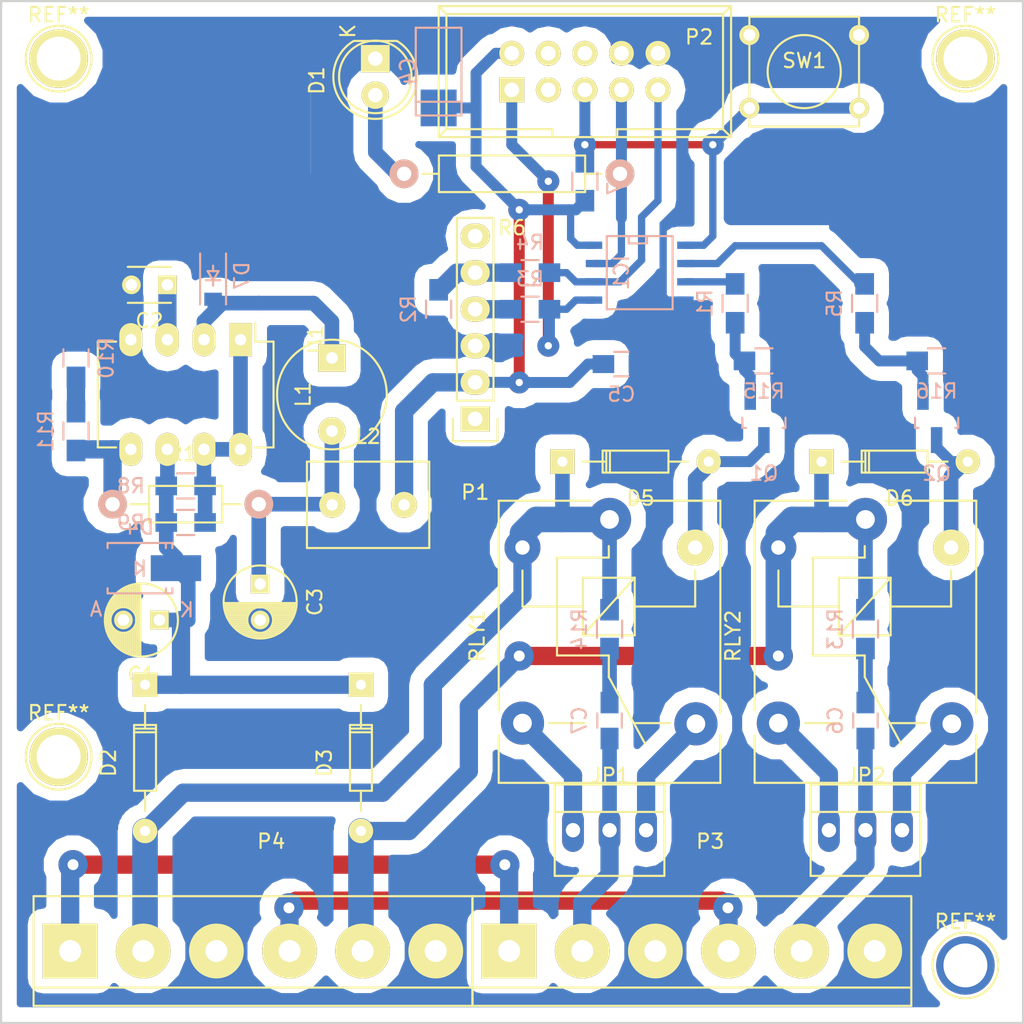
<source format=kicad_pcb>
(kicad_pcb (version 4) (host pcbnew 4.0.2+dfsg1-stable)

  (general
    (links 95)
    (no_connects 0)
    (area 39.374999 53.293 110.525001 125.359)
    (thickness 1.6)
    (drawings 5)
    (tracks 288)
    (zones 0)
    (modules 49)
    (nets 40)
  )

  (page User 150.597 200)
  (title_block
    (title "Respaldo Bluetooth ATtiny")
    (rev 1)
    (company "Daniel Jimenez Jerez")
  )

  (layers
    (0 F.Cu signal hide)
    (31 B.Cu signal hide)
    (32 B.Adhes user)
    (33 F.Adhes user)
    (34 B.Paste user)
    (35 F.Paste user)
    (36 B.SilkS user)
    (37 F.SilkS user)
    (38 B.Mask user)
    (39 F.Mask user)
    (40 Dwgs.User user)
    (41 Cmts.User user)
    (42 Eco1.User user)
    (43 Eco2.User user)
    (44 Edge.Cuts user)
    (45 Margin user)
    (46 B.CrtYd user)
    (47 F.CrtYd user)
    (48 B.Fab user)
    (49 F.Fab user)
  )

  (setup
    (last_trace_width 1.778)
    (user_trace_width 0.508)
    (user_trace_width 0.762)
    (user_trace_width 1.016)
    (user_trace_width 1.27)
    (user_trace_width 1.778)
    (user_trace_width 2.54)
    (trace_clearance 0.254)
    (zone_clearance 1.016)
    (zone_45_only no)
    (trace_min 0.2)
    (segment_width 0.2)
    (edge_width 0.15)
    (via_size 0.635)
    (via_drill 0.4)
    (via_min_size 0.4)
    (via_min_drill 0.3)
    (user_via 1.016 0.381)
    (user_via 1.524 0.508)
    (user_via 2.032 0.762)
    (uvia_size 0.3)
    (uvia_drill 0.1)
    (uvias_allowed no)
    (uvia_min_size 0)
    (uvia_min_drill 0)
    (pcb_text_width 0.3)
    (pcb_text_size 1.5 1.5)
    (mod_edge_width 0.15)
    (mod_text_size 1 1)
    (mod_text_width 0.15)
    (pad_size 4.064 4.064)
    (pad_drill 3.048)
    (pad_to_mask_clearance 0.2)
    (aux_axis_origin 121.92 82.55)
    (grid_origin 121.92 82.55)
    (visible_elements FFFFFFFF)
    (pcbplotparams
      (layerselection 0x00030_80000001)
      (usegerberextensions false)
      (excludeedgelayer true)
      (linewidth 0.100000)
      (plotframeref false)
      (viasonmask false)
      (mode 1)
      (useauxorigin false)
      (hpglpennumber 1)
      (hpglpenspeed 20)
      (hpglpendiameter 15)
      (hpglpenoverlay 2)
      (psnegative false)
      (psa4output false)
      (plotreference true)
      (plotvalue true)
      (plotinvisibletext false)
      (padsonsilk false)
      (subtractmaskfromsilk false)
      (outputformat 1)
      (mirror false)
      (drillshape 0)
      (scaleselection 1)
      (outputdirectory ""))
  )

  (net 0 "")
  (net 1 "Net-(C1-Pad1)")
  (net 2 GND)
  (net 3 "Net-(C2-Pad1)")
  (net 4 "Net-(C3-Pad1)")
  (net 5 +5V)
  (net 6 "Net-(C6-Pad1)")
  (net 7 "Net-(C6-Pad2)")
  (net 8 "Net-(C7-Pad1)")
  (net 9 "Net-(C7-Pad2)")
  (net 10 "Net-(D1-Pad2)")
  (net 11 "Net-(D2-Pad2)")
  (net 12 "Net-(D3-Pad2)")
  (net 13 "Net-(D5-Pad2)")
  (net 14 "Net-(D6-Pad2)")
  (net 15 "Net-(D7-Pad1)")
  (net 16 "Net-(IC1-Pad7)")
  (net 17 "Net-(IC1-Pad6)")
  (net 18 "Net-(IC1-Pad5)")
  (net 19 "Net-(IC1-Pad3)")
  (net 20 "Net-(IC1-Pad2)")
  (net 21 "Net-(IC1-Pad1)")
  (net 22 "Net-(JP1-Pad1)")
  (net 23 "Net-(JP1-Pad3)")
  (net 24 "Net-(JP2-Pad1)")
  (net 25 "Net-(JP2-Pad3)")
  (net 26 "Net-(P1-Pad1)")
  (net 27 "Net-(P1-Pad4)")
  (net 28 "Net-(P1-Pad5)")
  (net 29 "Net-(P1-Pad6)")
  (net 30 "Net-(P2-Pad3)")
  (net 31 "Net-(P2-Pad4)")
  (net 32 "Net-(P2-Pad6)")
  (net 33 "Net-(P3-Pad1)")
  (net 34 "Net-(P3-Pad4)")
  (net 35 "Net-(R8-Pad1)")
  (net 36 "Net-(R10-Pad1)")
  (net 37 "Net-(R11-Pad2)")
  (net 38 "Net-(Q1-Pad1)")
  (net 39 "Net-(Q2-Pad1)")

  (net_class Default "This is the default net class."
    (clearance 0.254)
    (trace_width 0.508)
    (via_dia 0.635)
    (via_drill 0.4)
    (uvia_dia 0.3)
    (uvia_drill 0.1)
    (add_net +5V)
    (add_net GND)
    (add_net "Net-(C1-Pad1)")
    (add_net "Net-(C2-Pad1)")
    (add_net "Net-(C3-Pad1)")
    (add_net "Net-(C6-Pad1)")
    (add_net "Net-(C6-Pad2)")
    (add_net "Net-(C7-Pad1)")
    (add_net "Net-(C7-Pad2)")
    (add_net "Net-(D1-Pad2)")
    (add_net "Net-(D2-Pad2)")
    (add_net "Net-(D3-Pad2)")
    (add_net "Net-(D5-Pad2)")
    (add_net "Net-(D6-Pad2)")
    (add_net "Net-(D7-Pad1)")
    (add_net "Net-(IC1-Pad1)")
    (add_net "Net-(IC1-Pad2)")
    (add_net "Net-(IC1-Pad3)")
    (add_net "Net-(IC1-Pad5)")
    (add_net "Net-(IC1-Pad6)")
    (add_net "Net-(IC1-Pad7)")
    (add_net "Net-(JP1-Pad1)")
    (add_net "Net-(JP1-Pad3)")
    (add_net "Net-(JP2-Pad1)")
    (add_net "Net-(JP2-Pad3)")
    (add_net "Net-(P1-Pad1)")
    (add_net "Net-(P1-Pad4)")
    (add_net "Net-(P1-Pad5)")
    (add_net "Net-(P1-Pad6)")
    (add_net "Net-(P2-Pad3)")
    (add_net "Net-(P2-Pad4)")
    (add_net "Net-(P2-Pad6)")
    (add_net "Net-(P3-Pad1)")
    (add_net "Net-(P3-Pad4)")
    (add_net "Net-(Q1-Pad1)")
    (add_net "Net-(Q2-Pad1)")
    (add_net "Net-(R10-Pad1)")
    (add_net "Net-(R11-Pad2)")
    (add_net "Net-(R8-Pad1)")
  )

  (net_class 1A ""
    (clearance 0.254)
    (trace_width 0.635)
    (via_dia 0.635)
    (via_drill 0.4)
    (uvia_dia 0.3)
    (uvia_drill 0.1)
  )

  (net_class AB ""
    (clearance 0.254)
    (trace_width 0.508)
    (via_dia 0.635)
    (via_drill 0.4)
    (uvia_dia 0.3)
    (uvia_drill 0.1)
  )

  (module Relays_ThroughHole:Relay_SANYOU_SRD_Series_Form_C placed (layer F.Cu) (tedit 5418D3EA) (tstamp 57A119EF)
    (at 81.725 89.535 270)
    (descr "relay, Sanyou SRD series Form C")
    (path /57A12E11)
    (fp_text reference RLY1 (at 8.1 9.2 270) (layer F.SilkS)
      (effects (font (size 1 1) (thickness 0.15)))
    )
    (fp_text value RELAY_HJR-3FF_Z (at 8 -9.6 270) (layer F.Fab)
      (effects (font (size 1 1) (thickness 0.15)))
    )
    (fp_line (start 15 7.7) (end 18.3 7.7) (layer F.SilkS) (width 0.15))
    (fp_line (start 18.3 7.7) (end 18.3 -7.7) (layer F.SilkS) (width 0.15))
    (fp_line (start 18.3 -7.7) (end 14.95 -7.7) (layer F.SilkS) (width 0.15))
    (fp_line (start -1.3 1.35) (end -1.3 7.7) (layer F.SilkS) (width 0.15))
    (fp_line (start -1.3 7.7) (end 13.25 7.7) (layer F.SilkS) (width 0.15))
    (fp_line (start -1.3 -1.4) (end -1.3 -7.7) (layer F.SilkS) (width 0.15))
    (fp_line (start -1.3 -7.7) (end 13.45 -7.7) (layer F.SilkS) (width 0.15))
    (fp_line (start -1.3 -7.65) (end -1.3 -1.4) (layer F.SilkS) (width 0.15))
    (fp_line (start 14.15 4.2) (end 14.15 1.75) (layer F.SilkS) (width 0.15))
    (fp_line (start 14.15 -4.2) (end 14.15 -1.7) (layer F.SilkS) (width 0.15))
    (fp_line (start 3.55 6.05) (end 6.05 6.05) (layer F.SilkS) (width 0.15))
    (fp_line (start 2.65 0.05) (end 1.85 0.05) (layer F.SilkS) (width 0.15))
    (fp_line (start 6.05 -5.95) (end 3.55 -5.95) (layer F.SilkS) (width 0.15))
    (fp_line (start 9.45 0.05) (end 10.95 0.05) (layer F.SilkS) (width 0.15))
    (fp_line (start 10.95 0.05) (end 15.55 -2.45) (layer F.SilkS) (width 0.15))
    (fp_line (start 9.45 3.65) (end 2.65 3.65) (layer F.SilkS) (width 0.15))
    (fp_line (start 9.45 0.05) (end 9.45 3.65) (layer F.SilkS) (width 0.15))
    (fp_line (start 2.65 0.05) (end 2.65 3.65) (layer F.SilkS) (width 0.15))
    (fp_line (start 6.05 -5.95) (end 6.05 -1.75) (layer F.SilkS) (width 0.15))
    (fp_line (start 6.05 1.85) (end 6.05 6.05) (layer F.SilkS) (width 0.15))
    (fp_line (start 8.05 1.85) (end 4.05 -1.75) (layer F.SilkS) (width 0.15))
    (fp_line (start 4.05 1.85) (end 4.05 -1.75) (layer F.SilkS) (width 0.15))
    (fp_line (start 4.05 -1.75) (end 8.05 -1.75) (layer F.SilkS) (width 0.15))
    (fp_line (start 8.05 -1.75) (end 8.05 1.85) (layer F.SilkS) (width 0.15))
    (fp_line (start 8.05 1.85) (end 4.05 1.85) (layer F.SilkS) (width 0.15))
    (pad 2 thru_hole circle (at 1.95 6.05) (size 2.5 2.5) (drill 1) (layers *.Cu *.Mask)
      (net 11 "Net-(D2-Pad2)"))
    (pad 3 thru_hole circle (at 14.15 6.05) (size 3 3) (drill 1.3) (layers *.Cu *.Mask)
      (net 22 "Net-(JP1-Pad1)"))
    (pad 4 thru_hole circle (at 14.2 -6) (size 3 3) (drill 1.3) (layers *.Cu *.Mask)
      (net 23 "Net-(JP1-Pad3)"))
    (pad 5 thru_hole circle (at 1.95 -5.95) (size 2.5 2.5) (drill 1) (layers *.Cu *.Mask F.SilkS)
      (net 13 "Net-(D5-Pad2)"))
    (pad 1 thru_hole circle (at 0 0) (size 3 3) (drill 1.3) (layers *.Cu *.Mask)
      (net 11 "Net-(D2-Pad2)"))
    (model Relays_ThroughHole.3dshapes/Relay_SANYOU_SRD_Series_Form_C.wrl
      (at (xyz 0 0 0))
      (scale (xyz 1 1 1))
      (rotate (xyz 0 0 0))
    )
  )

  (module Capacitors_ThroughHole:C_Disc_D3_P2.5 placed (layer F.Cu) (tedit 0) (tstamp 57A1178F)
    (at 51.005 73.235 180)
    (descr "Capacitor 3mm Disc, Pitch 2.5mm")
    (tags Capacitor)
    (path /57A0BD2C)
    (fp_text reference C2 (at 1.25 -2.5 180) (layer F.SilkS)
      (effects (font (size 1 1) (thickness 0.15)))
    )
    (fp_text value 470pF (at 1.25 2.5 180) (layer F.Fab)
      (effects (font (size 1 1) (thickness 0.15)))
    )
    (fp_line (start -0.9 -1.5) (end 3.4 -1.5) (layer F.CrtYd) (width 0.05))
    (fp_line (start 3.4 -1.5) (end 3.4 1.5) (layer F.CrtYd) (width 0.05))
    (fp_line (start 3.4 1.5) (end -0.9 1.5) (layer F.CrtYd) (width 0.05))
    (fp_line (start -0.9 1.5) (end -0.9 -1.5) (layer F.CrtYd) (width 0.05))
    (fp_line (start -0.25 -1.25) (end 2.75 -1.25) (layer F.SilkS) (width 0.15))
    (fp_line (start 2.75 1.25) (end -0.25 1.25) (layer F.SilkS) (width 0.15))
    (pad 1 thru_hole rect (at 0 0 180) (size 1.3 1.3) (drill 0.8) (layers *.Cu *.Mask F.SilkS)
      (net 3 "Net-(C2-Pad1)"))
    (pad 2 thru_hole circle (at 2.5 0 180) (size 1.3 1.3) (drill 0.8001) (layers *.Cu *.Mask F.SilkS)
      (net 2 GND))
    (model Capacitors_ThroughHole.3dshapes/C_Disc_D3_P2.5.wrl
      (at (xyz 0.0492126 0 0))
      (scale (xyz 1 1 1))
      (rotate (xyz 0 0 0))
    )
  )

  (module Capacitors_ThroughHole:C_Radial_D5_L11_P2.5 placed (layer F.Cu) (tedit 0) (tstamp 57A117B7)
    (at 57.45 94.02 270)
    (descr "Radial Electrolytic Capacitor Diameter 5mm x Length 11mm, Pitch 2.5mm")
    (tags "Electrolytic Capacitor")
    (path /57A0D78F)
    (fp_text reference C3 (at 1.25 -3.8 270) (layer F.SilkS)
      (effects (font (size 1 1) (thickness 0.15)))
    )
    (fp_text value 47uF (at 1.25 3.8 270) (layer F.Fab)
      (effects (font (size 1 1) (thickness 0.15)))
    )
    (fp_line (start 1.325 -2.499) (end 1.325 2.499) (layer F.SilkS) (width 0.15))
    (fp_line (start 1.465 -2.491) (end 1.465 2.491) (layer F.SilkS) (width 0.15))
    (fp_line (start 1.605 -2.475) (end 1.605 -0.095) (layer F.SilkS) (width 0.15))
    (fp_line (start 1.605 0.095) (end 1.605 2.475) (layer F.SilkS) (width 0.15))
    (fp_line (start 1.745 -2.451) (end 1.745 -0.49) (layer F.SilkS) (width 0.15))
    (fp_line (start 1.745 0.49) (end 1.745 2.451) (layer F.SilkS) (width 0.15))
    (fp_line (start 1.885 -2.418) (end 1.885 -0.657) (layer F.SilkS) (width 0.15))
    (fp_line (start 1.885 0.657) (end 1.885 2.418) (layer F.SilkS) (width 0.15))
    (fp_line (start 2.025 -2.377) (end 2.025 -0.764) (layer F.SilkS) (width 0.15))
    (fp_line (start 2.025 0.764) (end 2.025 2.377) (layer F.SilkS) (width 0.15))
    (fp_line (start 2.165 -2.327) (end 2.165 -0.835) (layer F.SilkS) (width 0.15))
    (fp_line (start 2.165 0.835) (end 2.165 2.327) (layer F.SilkS) (width 0.15))
    (fp_line (start 2.305 -2.266) (end 2.305 -0.879) (layer F.SilkS) (width 0.15))
    (fp_line (start 2.305 0.879) (end 2.305 2.266) (layer F.SilkS) (width 0.15))
    (fp_line (start 2.445 -2.196) (end 2.445 -0.898) (layer F.SilkS) (width 0.15))
    (fp_line (start 2.445 0.898) (end 2.445 2.196) (layer F.SilkS) (width 0.15))
    (fp_line (start 2.585 -2.114) (end 2.585 -0.896) (layer F.SilkS) (width 0.15))
    (fp_line (start 2.585 0.896) (end 2.585 2.114) (layer F.SilkS) (width 0.15))
    (fp_line (start 2.725 -2.019) (end 2.725 -0.871) (layer F.SilkS) (width 0.15))
    (fp_line (start 2.725 0.871) (end 2.725 2.019) (layer F.SilkS) (width 0.15))
    (fp_line (start 2.865 -1.908) (end 2.865 -0.823) (layer F.SilkS) (width 0.15))
    (fp_line (start 2.865 0.823) (end 2.865 1.908) (layer F.SilkS) (width 0.15))
    (fp_line (start 3.005 -1.78) (end 3.005 -0.745) (layer F.SilkS) (width 0.15))
    (fp_line (start 3.005 0.745) (end 3.005 1.78) (layer F.SilkS) (width 0.15))
    (fp_line (start 3.145 -1.631) (end 3.145 -0.628) (layer F.SilkS) (width 0.15))
    (fp_line (start 3.145 0.628) (end 3.145 1.631) (layer F.SilkS) (width 0.15))
    (fp_line (start 3.285 -1.452) (end 3.285 -0.44) (layer F.SilkS) (width 0.15))
    (fp_line (start 3.285 0.44) (end 3.285 1.452) (layer F.SilkS) (width 0.15))
    (fp_line (start 3.425 -1.233) (end 3.425 1.233) (layer F.SilkS) (width 0.15))
    (fp_line (start 3.565 -0.944) (end 3.565 0.944) (layer F.SilkS) (width 0.15))
    (fp_line (start 3.705 -0.472) (end 3.705 0.472) (layer F.SilkS) (width 0.15))
    (fp_circle (center 2.5 0) (end 2.5 -0.9) (layer F.SilkS) (width 0.15))
    (fp_circle (center 1.25 0) (end 1.25 -2.5375) (layer F.SilkS) (width 0.15))
    (fp_circle (center 1.25 0) (end 1.25 -2.8) (layer F.CrtYd) (width 0.05))
    (pad 1 thru_hole rect (at 0 0 270) (size 1.3 1.3) (drill 0.8) (layers *.Cu *.Mask F.SilkS)
      (net 4 "Net-(C3-Pad1)"))
    (pad 2 thru_hole circle (at 2.5 0 270) (size 1.3 1.3) (drill 0.8) (layers *.Cu *.Mask F.SilkS)
      (net 2 GND))
    (model Capacitors_ThroughHole.3dshapes/C_Radial_D5_L11_P2.5.wrl
      (at (xyz 0.049213 0 0))
      (scale (xyz 1 1 1))
      (rotate (xyz 0 0 90))
    )
  )

  (module Capacitors_SMD:C_0805_HandSoldering placed (layer B.Cu) (tedit 541A9B8D) (tstamp 57A117EB)
    (at 82.55 78.74)
    (descr "Capacitor SMD 0805, hand soldering")
    (tags "capacitor 0805")
    (path /57A120C9)
    (attr smd)
    (fp_text reference C5 (at 0 2.1) (layer B.SilkS)
      (effects (font (size 1 1) (thickness 0.15)) (justify mirror))
    )
    (fp_text value 100nF (at 0 -2.1) (layer B.Fab)
      (effects (font (size 1 1) (thickness 0.15)) (justify mirror))
    )
    (fp_line (start -2.3 1) (end 2.3 1) (layer B.CrtYd) (width 0.05))
    (fp_line (start -2.3 -1) (end 2.3 -1) (layer B.CrtYd) (width 0.05))
    (fp_line (start -2.3 1) (end -2.3 -1) (layer B.CrtYd) (width 0.05))
    (fp_line (start 2.3 1) (end 2.3 -1) (layer B.CrtYd) (width 0.05))
    (fp_line (start 0.5 0.85) (end -0.5 0.85) (layer B.SilkS) (width 0.15))
    (fp_line (start -0.5 -0.85) (end 0.5 -0.85) (layer B.SilkS) (width 0.15))
    (pad 1 smd rect (at -1.25 0) (size 1.5 1.25) (layers B.Cu B.Paste B.Mask)
      (net 5 +5V))
    (pad 2 smd rect (at 1.25 0) (size 1.5 1.25) (layers B.Cu B.Paste B.Mask)
      (net 2 GND))
    (model Capacitors_SMD.3dshapes/C_0805_HandSoldering.wrl
      (at (xyz 0 0 0))
      (scale (xyz 1 1 1))
      (rotate (xyz 0 0 0))
    )
  )

  (module Capacitors_SMD:C_0805_HandSoldering placed (layer B.Cu) (tedit 541A9B8D) (tstamp 57A117F7)
    (at 99.505 103.505 270)
    (descr "Capacitor SMD 0805, hand soldering")
    (tags "capacitor 0805")
    (path /57A1D215)
    (attr smd)
    (fp_text reference C6 (at 0 2.1 270) (layer B.SilkS)
      (effects (font (size 1 1) (thickness 0.15)) (justify mirror))
    )
    (fp_text value 100nF (at 0 -2.1 270) (layer B.Fab)
      (effects (font (size 1 1) (thickness 0.15)) (justify mirror))
    )
    (fp_line (start -2.3 1) (end 2.3 1) (layer B.CrtYd) (width 0.05))
    (fp_line (start -2.3 -1) (end 2.3 -1) (layer B.CrtYd) (width 0.05))
    (fp_line (start -2.3 1) (end -2.3 -1) (layer B.CrtYd) (width 0.05))
    (fp_line (start 2.3 1) (end 2.3 -1) (layer B.CrtYd) (width 0.05))
    (fp_line (start 0.5 0.85) (end -0.5 0.85) (layer B.SilkS) (width 0.15))
    (fp_line (start -0.5 -0.85) (end 0.5 -0.85) (layer B.SilkS) (width 0.15))
    (pad 1 smd rect (at -1.25 0 270) (size 1.5 1.25) (layers B.Cu B.Paste B.Mask)
      (net 6 "Net-(C6-Pad1)"))
    (pad 2 smd rect (at 1.25 0 270) (size 1.5 1.25) (layers B.Cu B.Paste B.Mask)
      (net 7 "Net-(C6-Pad2)"))
    (model Capacitors_SMD.3dshapes/C_0805_HandSoldering.wrl
      (at (xyz 0 0 0))
      (scale (xyz 1 1 1))
      (rotate (xyz 0 0 0))
    )
  )

  (module Capacitors_SMD:C_0805_HandSoldering placed (layer B.Cu) (tedit 541A9B8D) (tstamp 57A11803)
    (at 81.725 103.505 270)
    (descr "Capacitor SMD 0805, hand soldering")
    (tags "capacitor 0805")
    (path /57A1C30F)
    (attr smd)
    (fp_text reference C7 (at 0 2.1 270) (layer B.SilkS)
      (effects (font (size 1 1) (thickness 0.15)) (justify mirror))
    )
    (fp_text value 100nF (at 0 -2.1 270) (layer B.Fab)
      (effects (font (size 1 1) (thickness 0.15)) (justify mirror))
    )
    (fp_line (start -2.3 1) (end 2.3 1) (layer B.CrtYd) (width 0.05))
    (fp_line (start -2.3 -1) (end 2.3 -1) (layer B.CrtYd) (width 0.05))
    (fp_line (start -2.3 1) (end -2.3 -1) (layer B.CrtYd) (width 0.05))
    (fp_line (start 2.3 1) (end 2.3 -1) (layer B.CrtYd) (width 0.05))
    (fp_line (start 0.5 0.85) (end -0.5 0.85) (layer B.SilkS) (width 0.15))
    (fp_line (start -0.5 -0.85) (end 0.5 -0.85) (layer B.SilkS) (width 0.15))
    (pad 1 smd rect (at -1.25 0 270) (size 1.5 1.25) (layers B.Cu B.Paste B.Mask)
      (net 8 "Net-(C7-Pad1)"))
    (pad 2 smd rect (at 1.25 0 270) (size 1.5 1.25) (layers B.Cu B.Paste B.Mask)
      (net 9 "Net-(C7-Pad2)"))
    (model Capacitors_SMD.3dshapes/C_0805_HandSoldering.wrl
      (at (xyz 0 0 0))
      (scale (xyz 1 1 1))
      (rotate (xyz 0 0 0))
    )
  )

  (module LEDs:LED-5MM placed (layer F.Cu) (tedit 5570F7EA) (tstamp 57A1180F)
    (at 65.45 57.52 270)
    (descr "LED 5mm round vertical")
    (tags "LED 5mm round vertical")
    (path /579FE4EB)
    (fp_text reference D1 (at 1.524 4.064 270) (layer F.SilkS)
      (effects (font (size 1 1) (thickness 0.15)))
    )
    (fp_text value LED (at 1.524 -3.937 270) (layer F.Fab)
      (effects (font (size 1 1) (thickness 0.15)))
    )
    (fp_line (start -1.5 -1.55) (end -1.5 1.55) (layer F.CrtYd) (width 0.05))
    (fp_arc (start 1.3 0) (end -1.5 1.55) (angle -302) (layer F.CrtYd) (width 0.05))
    (fp_arc (start 1.27 0) (end -1.23 -1.5) (angle 297.5) (layer F.SilkS) (width 0.15))
    (fp_line (start -1.23 1.5) (end -1.23 -1.5) (layer F.SilkS) (width 0.15))
    (fp_circle (center 1.27 0) (end 0.97 -2.5) (layer F.SilkS) (width 0.15))
    (fp_text user K (at -1.905 1.905 270) (layer F.SilkS)
      (effects (font (size 1 1) (thickness 0.15)))
    )
    (pad 1 thru_hole rect (at 0 0) (size 2 1.9) (drill 1.00076) (layers *.Cu *.Mask F.SilkS)
      (net 2 GND))
    (pad 2 thru_hole circle (at 2.54 0 270) (size 1.9 1.9) (drill 1.00076) (layers *.Cu *.Mask F.SilkS)
      (net 10 "Net-(D1-Pad2)"))
    (model LEDs.3dshapes/LED-5MM.wrl
      (at (xyz 0.05 0 0))
      (scale (xyz 1 1 1))
      (rotate (xyz 0 0 90))
    )
  )

  (module Diodes_ThroughHole:Diode_DO-35_SOD27_Horizontal_RM10 placed (layer F.Cu) (tedit 57A1FB4E) (tstamp 57A1181E)
    (at 49.45 101.02 270)
    (descr "Diode, DO-35,  SOD27, Horizontal, RM 10mm")
    (tags "Diode, DO-35, SOD27, Horizontal, RM 10mm, 1N4148,")
    (path /57A0FE77)
    (fp_text reference D2 (at 5.43052 2.53746 270) (layer F.SilkS)
      (effects (font (size 1 1) (thickness 0.15)))
    )
    (fp_text value 1N4001 (at 13.97 0 270) (layer F.Fab)
      (effects (font (size 1 1) (thickness 0.15)))
    )
    (fp_line (start 7.36652 -0.00254) (end 8.76352 -0.00254) (layer F.SilkS) (width 0.15))
    (fp_line (start 2.92152 -0.00254) (end 1.39752 -0.00254) (layer F.SilkS) (width 0.15))
    (fp_line (start 3.30252 -0.76454) (end 3.30252 0.75946) (layer F.SilkS) (width 0.15))
    (fp_line (start 3.04852 -0.76454) (end 3.04852 0.75946) (layer F.SilkS) (width 0.15))
    (fp_line (start 2.79452 -0.00254) (end 2.79452 0.75946) (layer F.SilkS) (width 0.15))
    (fp_line (start 2.79452 0.75946) (end 7.36652 0.75946) (layer F.SilkS) (width 0.15))
    (fp_line (start 7.36652 0.75946) (end 7.36652 -0.76454) (layer F.SilkS) (width 0.15))
    (fp_line (start 7.36652 -0.76454) (end 2.79452 -0.76454) (layer F.SilkS) (width 0.15))
    (fp_line (start 2.79452 -0.76454) (end 2.79452 -0.00254) (layer F.SilkS) (width 0.15))
    (pad 2 thru_hole circle (at 10.16052 -0.00254 90) (size 1.69926 1.69926) (drill 0.70104) (layers *.Cu *.Mask F.SilkS)
      (net 11 "Net-(D2-Pad2)"))
    (pad 1 thru_hole rect (at 0.00052 -0.00254 90) (size 1.69926 1.69926) (drill 0.70104) (layers *.Cu *.Mask F.SilkS)
      (net 1 "Net-(C1-Pad1)"))
    (model Diodes_ThroughHole.3dshapes/Diode_DO-35_SOD27_Horizontal_RM10.wrl
      (at (xyz 0.2 0 0))
      (scale (xyz 0.4 0.4 0.4))
      (rotate (xyz 0 0 180))
    )
  )

  (module Diodes_ThroughHole:Diode_DO-35_SOD27_Horizontal_RM10 placed (layer F.Cu) (tedit 57A1FB4A) (tstamp 57A1182D)
    (at 64.45 101.02 270)
    (descr "Diode, DO-35,  SOD27, Horizontal, RM 10mm")
    (tags "Diode, DO-35, SOD27, Horizontal, RM 10mm, 1N4148,")
    (path /57A0FF9C)
    (fp_text reference D3 (at 5.43052 2.53746 270) (layer F.SilkS)
      (effects (font (size 1 1) (thickness 0.15)))
    )
    (fp_text value 1N4001 (at 15.24 0 270) (layer F.Fab)
      (effects (font (size 1 1) (thickness 0.15)))
    )
    (fp_line (start 7.36652 -0.00254) (end 8.76352 -0.00254) (layer F.SilkS) (width 0.15))
    (fp_line (start 2.92152 -0.00254) (end 1.39752 -0.00254) (layer F.SilkS) (width 0.15))
    (fp_line (start 3.30252 -0.76454) (end 3.30252 0.75946) (layer F.SilkS) (width 0.15))
    (fp_line (start 3.04852 -0.76454) (end 3.04852 0.75946) (layer F.SilkS) (width 0.15))
    (fp_line (start 2.79452 -0.00254) (end 2.79452 0.75946) (layer F.SilkS) (width 0.15))
    (fp_line (start 2.79452 0.75946) (end 7.36652 0.75946) (layer F.SilkS) (width 0.15))
    (fp_line (start 7.36652 0.75946) (end 7.36652 -0.76454) (layer F.SilkS) (width 0.15))
    (fp_line (start 7.36652 -0.76454) (end 2.79452 -0.76454) (layer F.SilkS) (width 0.15))
    (fp_line (start 2.79452 -0.76454) (end 2.79452 -0.00254) (layer F.SilkS) (width 0.15))
    (pad 2 thru_hole circle (at 10.16052 -0.00254 90) (size 1.69926 1.69926) (drill 0.70104) (layers *.Cu *.Mask F.SilkS)
      (net 12 "Net-(D3-Pad2)"))
    (pad 1 thru_hole rect (at 0.00052 -0.00254 90) (size 1.69926 1.69926) (drill 0.70104) (layers *.Cu *.Mask F.SilkS)
      (net 1 "Net-(C1-Pad1)"))
    (model Diodes_ThroughHole.3dshapes/Diode_DO-35_SOD27_Horizontal_RM10.wrl
      (at (xyz 0.2 0 0))
      (scale (xyz 0.4 0.4 0.4))
      (rotate (xyz 0 0 180))
    )
  )

  (module Diodes_SMD:SMA_Handsoldering placed (layer B.Cu) (tedit 552FF1AB) (tstamp 57A11845)
    (at 49.1 92.92 180)
    (descr "Diode SMA Handsoldering")
    (tags "Diode SMA Handsoldering")
    (path /57A10CA7)
    (attr smd)
    (fp_text reference D4 (at 0 2.85 180) (layer B.SilkS)
      (effects (font (size 1 1) (thickness 0.15)) (justify mirror))
    )
    (fp_text value TVS (at 0.05 -4.4 180) (layer B.Fab)
      (effects (font (size 1 1) (thickness 0.15)) (justify mirror))
    )
    (fp_line (start -4.5 2) (end 4.5 2) (layer B.CrtYd) (width 0.05))
    (fp_line (start 4.5 2) (end 4.5 -2) (layer B.CrtYd) (width 0.05))
    (fp_line (start 4.5 -2) (end -4.5 -2) (layer B.CrtYd) (width 0.05))
    (fp_line (start -4.5 -2) (end -4.5 2) (layer B.CrtYd) (width 0.05))
    (fp_line (start -0.25 0) (end 0.3 0.45) (layer B.SilkS) (width 0.15))
    (fp_line (start 0.3 0.45) (end 0.3 -0.45) (layer B.SilkS) (width 0.15))
    (fp_line (start 0.3 -0.45) (end -0.25 0) (layer B.SilkS) (width 0.15))
    (fp_line (start -0.25 0.55) (end -0.25 -0.55) (layer B.SilkS) (width 0.15))
    (fp_text user K (at -3.25 -2.9 180) (layer B.SilkS)
      (effects (font (size 1 1) (thickness 0.15)) (justify mirror))
    )
    (fp_text user A (at 3.05 -2.85 180) (layer B.SilkS)
      (effects (font (size 1 1) (thickness 0.15)) (justify mirror))
    )
    (fp_line (start -1.79914 -1.75006) (end -1.79914 -1.39954) (layer B.SilkS) (width 0.15))
    (fp_line (start -1.79914 1.75006) (end -1.79914 1.39954) (layer B.SilkS) (width 0.15))
    (fp_line (start 2.25044 -1.75006) (end 2.25044 -1.39954) (layer B.SilkS) (width 0.15))
    (fp_line (start -2.25044 -1.75006) (end -2.25044 -1.39954) (layer B.SilkS) (width 0.15))
    (fp_line (start -2.25044 1.75006) (end -2.25044 1.39954) (layer B.SilkS) (width 0.15))
    (fp_line (start 2.25044 1.75006) (end 2.25044 1.39954) (layer B.SilkS) (width 0.15))
    (fp_line (start -2.25044 -1.75006) (end 2.25044 -1.75006) (layer B.SilkS) (width 0.15))
    (fp_line (start -2.25044 1.75006) (end 2.25044 1.75006) (layer B.SilkS) (width 0.15))
    (pad 1 smd rect (at -2.49936 0 180) (size 3.50012 1.80086) (layers B.Cu B.Paste B.Mask)
      (net 1 "Net-(C1-Pad1)"))
    (pad 2 smd rect (at 2.49936 0 180) (size 3.50012 1.80086) (layers B.Cu B.Paste B.Mask)
      (net 2 GND))
    (model Diodes_SMD.3dshapes/SMA_Handsoldering.wrl
      (at (xyz 0 0 0))
      (scale (xyz 0.3937 0.3937 0.3937))
      (rotate (xyz 0 0 180))
    )
  )

  (module Diodes_ThroughHole:Diode_DO-35_SOD27_Horizontal_RM10 placed (layer F.Cu) (tedit 552FFC30) (tstamp 57A11854)
    (at 78.45 85.52)
    (descr "Diode, DO-35,  SOD27, Horizontal, RM 10mm")
    (tags "Diode, DO-35, SOD27, Horizontal, RM 10mm, 1N4148,")
    (path /57A13E7D)
    (fp_text reference D5 (at 5.43052 2.53746) (layer F.SilkS)
      (effects (font (size 1 1) (thickness 0.15)))
    )
    (fp_text value 1N4148 (at 4.41452 -3.55854) (layer F.Fab)
      (effects (font (size 1 1) (thickness 0.15)))
    )
    (fp_line (start 7.36652 -0.00254) (end 8.76352 -0.00254) (layer F.SilkS) (width 0.15))
    (fp_line (start 2.92152 -0.00254) (end 1.39752 -0.00254) (layer F.SilkS) (width 0.15))
    (fp_line (start 3.30252 -0.76454) (end 3.30252 0.75946) (layer F.SilkS) (width 0.15))
    (fp_line (start 3.04852 -0.76454) (end 3.04852 0.75946) (layer F.SilkS) (width 0.15))
    (fp_line (start 2.79452 -0.00254) (end 2.79452 0.75946) (layer F.SilkS) (width 0.15))
    (fp_line (start 2.79452 0.75946) (end 7.36652 0.75946) (layer F.SilkS) (width 0.15))
    (fp_line (start 7.36652 0.75946) (end 7.36652 -0.76454) (layer F.SilkS) (width 0.15))
    (fp_line (start 7.36652 -0.76454) (end 2.79452 -0.76454) (layer F.SilkS) (width 0.15))
    (fp_line (start 2.79452 -0.76454) (end 2.79452 -0.00254) (layer F.SilkS) (width 0.15))
    (pad 2 thru_hole circle (at 10.16052 -0.00254 180) (size 1.69926 1.69926) (drill 0.70104) (layers *.Cu *.Mask F.SilkS)
      (net 13 "Net-(D5-Pad2)"))
    (pad 1 thru_hole rect (at 0.00052 -0.00254 180) (size 1.69926 1.69926) (drill 0.70104) (layers *.Cu *.Mask F.SilkS)
      (net 11 "Net-(D2-Pad2)"))
    (model Diodes_ThroughHole.3dshapes/Diode_DO-35_SOD27_Horizontal_RM10.wrl
      (at (xyz 0.2 0 0))
      (scale (xyz 0.4 0.4 0.4))
      (rotate (xyz 0 0 180))
    )
  )

  (module Diodes_ThroughHole:Diode_DO-35_SOD27_Horizontal_RM10 placed (layer F.Cu) (tedit 552FFC30) (tstamp 57A11863)
    (at 96.45 85.52)
    (descr "Diode, DO-35,  SOD27, Horizontal, RM 10mm")
    (tags "Diode, DO-35, SOD27, Horizontal, RM 10mm, 1N4148,")
    (path /57A13CE8)
    (fp_text reference D6 (at 5.43052 2.53746) (layer F.SilkS)
      (effects (font (size 1 1) (thickness 0.15)))
    )
    (fp_text value 1N4148 (at 4.41452 -3.55854) (layer F.Fab)
      (effects (font (size 1 1) (thickness 0.15)))
    )
    (fp_line (start 7.36652 -0.00254) (end 8.76352 -0.00254) (layer F.SilkS) (width 0.15))
    (fp_line (start 2.92152 -0.00254) (end 1.39752 -0.00254) (layer F.SilkS) (width 0.15))
    (fp_line (start 3.30252 -0.76454) (end 3.30252 0.75946) (layer F.SilkS) (width 0.15))
    (fp_line (start 3.04852 -0.76454) (end 3.04852 0.75946) (layer F.SilkS) (width 0.15))
    (fp_line (start 2.79452 -0.00254) (end 2.79452 0.75946) (layer F.SilkS) (width 0.15))
    (fp_line (start 2.79452 0.75946) (end 7.36652 0.75946) (layer F.SilkS) (width 0.15))
    (fp_line (start 7.36652 0.75946) (end 7.36652 -0.76454) (layer F.SilkS) (width 0.15))
    (fp_line (start 7.36652 -0.76454) (end 2.79452 -0.76454) (layer F.SilkS) (width 0.15))
    (fp_line (start 2.79452 -0.76454) (end 2.79452 -0.00254) (layer F.SilkS) (width 0.15))
    (pad 2 thru_hole circle (at 10.16052 -0.00254 180) (size 1.69926 1.69926) (drill 0.70104) (layers *.Cu *.Mask F.SilkS)
      (net 14 "Net-(D6-Pad2)"))
    (pad 1 thru_hole rect (at 0.00052 -0.00254 180) (size 1.69926 1.69926) (drill 0.70104) (layers *.Cu *.Mask F.SilkS)
      (net 12 "Net-(D3-Pad2)"))
    (model Diodes_ThroughHole.3dshapes/Diode_DO-35_SOD27_Horizontal_RM10.wrl
      (at (xyz 0.2 0 0))
      (scale (xyz 0.4 0.4 0.4))
      (rotate (xyz 0 0 180))
    )
  )

  (module SMD_Packages:SOIC-8-N placed (layer B.Cu) (tedit 0) (tstamp 57A11888)
    (at 83.82 72.39 270)
    (descr "Module Narrow CMS SOJ 8 pins large")
    (tags "CMS SOJ")
    (path /579FCDFB)
    (attr smd)
    (fp_text reference IC1 (at 0 1.27 270) (layer B.SilkS)
      (effects (font (size 1 1) (thickness 0.15)) (justify mirror))
    )
    (fp_text value ATTINY85-S (at 0 -1.27 270) (layer B.Fab)
      (effects (font (size 1 1) (thickness 0.15)) (justify mirror))
    )
    (fp_line (start -2.54 2.286) (end 2.54 2.286) (layer B.SilkS) (width 0.15))
    (fp_line (start 2.54 2.286) (end 2.54 -2.286) (layer B.SilkS) (width 0.15))
    (fp_line (start 2.54 -2.286) (end -2.54 -2.286) (layer B.SilkS) (width 0.15))
    (fp_line (start -2.54 -2.286) (end -2.54 2.286) (layer B.SilkS) (width 0.15))
    (fp_line (start -2.54 0.762) (end -2.032 0.762) (layer B.SilkS) (width 0.15))
    (fp_line (start -2.032 0.762) (end -2.032 -0.508) (layer B.SilkS) (width 0.15))
    (fp_line (start -2.032 -0.508) (end -2.54 -0.508) (layer B.SilkS) (width 0.15))
    (pad 8 smd rect (at -1.905 3.175 270) (size 0.508 1.143) (layers B.Cu B.Paste B.Mask)
      (net 5 +5V))
    (pad 7 smd rect (at -0.635 3.175 270) (size 0.508 1.143) (layers B.Cu B.Paste B.Mask)
      (net 16 "Net-(IC1-Pad7)"))
    (pad 6 smd rect (at 0.635 3.175 270) (size 0.508 1.143) (layers B.Cu B.Paste B.Mask)
      (net 17 "Net-(IC1-Pad6)"))
    (pad 5 smd rect (at 1.905 3.175 270) (size 0.508 1.143) (layers B.Cu B.Paste B.Mask)
      (net 18 "Net-(IC1-Pad5)"))
    (pad 4 smd rect (at 1.905 -3.175 270) (size 0.508 1.143) (layers B.Cu B.Paste B.Mask)
      (net 2 GND))
    (pad 3 smd rect (at 0.635 -3.175 270) (size 0.508 1.143) (layers B.Cu B.Paste B.Mask)
      (net 19 "Net-(IC1-Pad3)"))
    (pad 2 smd rect (at -0.635 -3.175 270) (size 0.508 1.143) (layers B.Cu B.Paste B.Mask)
      (net 20 "Net-(IC1-Pad2)"))
    (pad 1 smd rect (at -1.905 -3.175 270) (size 0.508 1.143) (layers B.Cu B.Paste B.Mask)
      (net 21 "Net-(IC1-Pad1)"))
    (model SMD_Packages.3dshapes/SOIC-8-N.wrl
      (at (xyz 0 0 0))
      (scale (xyz 0.5 0.38 0.5))
      (rotate (xyz 0 0 0))
    )
  )

  (module Connect:PINHEAD1-3 placed (layer F.Cu) (tedit 0) (tstamp 57A11894)
    (at 81.725 111.125)
    (path /57A16802)
    (attr virtual)
    (fp_text reference JP1 (at 0.05 -3.8) (layer F.SilkS)
      (effects (font (size 1 1) (thickness 0.15)))
    )
    (fp_text value NO/NC (at 0 3.81) (layer F.Fab)
      (effects (font (size 1 1) (thickness 0.15)))
    )
    (fp_line (start -3.81 -3.175) (end -3.81 3.175) (layer F.SilkS) (width 0.15))
    (fp_line (start 3.81 -3.175) (end 3.81 3.175) (layer F.SilkS) (width 0.15))
    (fp_line (start 3.81 -1.27) (end -3.81 -1.27) (layer F.SilkS) (width 0.15))
    (fp_line (start -3.81 -3.175) (end 3.81 -3.175) (layer F.SilkS) (width 0.15))
    (fp_line (start 3.81 3.175) (end -3.81 3.175) (layer F.SilkS) (width 0.15))
    (pad 1 thru_hole oval (at -2.54 0) (size 1.50622 3.01498) (drill 0.99822) (layers *.Cu *.Mask)
      (net 22 "Net-(JP1-Pad1)"))
    (pad 2 thru_hole oval (at 0 0) (size 1.50622 3.01498) (drill 0.99822) (layers *.Cu *.Mask)
      (net 9 "Net-(C7-Pad2)"))
    (pad 3 thru_hole oval (at 2.54 0) (size 1.50622 3.01498) (drill 0.99822) (layers *.Cu *.Mask)
      (net 23 "Net-(JP1-Pad3)"))
  )

  (module Connect:PINHEAD1-3 placed (layer F.Cu) (tedit 0) (tstamp 57A118A0)
    (at 99.505 111.125)
    (path /57A17033)
    (attr virtual)
    (fp_text reference JP2 (at 0.05 -3.8) (layer F.SilkS)
      (effects (font (size 1 1) (thickness 0.15)))
    )
    (fp_text value NO/NC (at 0 3.81) (layer F.Fab)
      (effects (font (size 1 1) (thickness 0.15)))
    )
    (fp_line (start -3.81 -3.175) (end -3.81 3.175) (layer F.SilkS) (width 0.15))
    (fp_line (start 3.81 -3.175) (end 3.81 3.175) (layer F.SilkS) (width 0.15))
    (fp_line (start 3.81 -1.27) (end -3.81 -1.27) (layer F.SilkS) (width 0.15))
    (fp_line (start -3.81 -3.175) (end 3.81 -3.175) (layer F.SilkS) (width 0.15))
    (fp_line (start 3.81 3.175) (end -3.81 3.175) (layer F.SilkS) (width 0.15))
    (pad 1 thru_hole oval (at -2.54 0) (size 1.50622 3.01498) (drill 0.99822) (layers *.Cu *.Mask)
      (net 24 "Net-(JP2-Pad1)"))
    (pad 2 thru_hole oval (at 0 0) (size 1.50622 3.01498) (drill 0.99822) (layers *.Cu *.Mask)
      (net 7 "Net-(C6-Pad2)"))
    (pad 3 thru_hole oval (at 2.54 0) (size 1.50622 3.01498) (drill 0.99822) (layers *.Cu *.Mask)
      (net 25 "Net-(JP2-Pad3)"))
  )

  (module Inductors:INDUCTOR_V placed (layer F.Cu) (tedit 0) (tstamp 57A118A7)
    (at 62.435 80.855 270)
    (descr "Inductor (vertical)")
    (tags INDUCTOR)
    (path /57A0DF09)
    (fp_text reference L1 (at 0 1.99898 270) (layer F.SilkS)
      (effects (font (size 1 1) (thickness 0.15)))
    )
    (fp_text value 150uH (at 0.09906 -1.99898 270) (layer F.Fab)
      (effects (font (size 1 1) (thickness 0.15)))
    )
    (fp_circle (center 0 0) (end 3.81 0) (layer F.SilkS) (width 0.15))
    (pad 1 thru_hole rect (at -2.54 0 270) (size 1.905 1.905) (drill 0.8128) (layers *.Cu *.Mask F.SilkS)
      (net 15 "Net-(D7-Pad1)"))
    (pad 2 thru_hole circle (at 2.54 0 270) (size 1.905 1.905) (drill 0.8128) (layers *.Cu *.Mask F.SilkS)
      (net 4 "Net-(C3-Pad1)"))
    (model Inductors.3dshapes/INDUCTOR_V.wrl
      (at (xyz 0 0 0))
      (scale (xyz 2 2 2))
      (rotate (xyz 0 0 0))
    )
  )

  (module Inductors_NEOSID:Neosid_Inductor_MA-Bs75 placed (layer F.Cu) (tedit 0) (tstamp 57A118B1)
    (at 64.95 88.52)
    (descr "Neosid, Inductor, Bs75, Festinduktivitaet, Through hole, magneticaly shielded,")
    (tags "Neosid, Inductor, Bs75, Festinduktivitaet, Through hole, magneticaly shielded,")
    (path /57A0CE68)
    (fp_text reference L2 (at 0 -4.7498) (layer F.SilkS)
      (effects (font (size 1 1) (thickness 0.15)))
    )
    (fp_text value 150uH (at 0 5.00126) (layer F.Fab)
      (effects (font (size 1 1) (thickness 0.15)))
    )
    (fp_line (start 4.24942 -2.99974) (end -4.24942 -2.99974) (layer F.SilkS) (width 0.15))
    (fp_line (start -4.24942 -2.99974) (end -4.24942 2.99974) (layer F.SilkS) (width 0.15))
    (fp_line (start -4.24942 2.99974) (end 4.24942 2.99974) (layer F.SilkS) (width 0.15))
    (fp_line (start 4.24942 2.99974) (end 4.24942 -2.99974) (layer F.SilkS) (width 0.15))
    (pad 1 thru_hole circle (at -2.49936 0 180) (size 1.80086 1.80086) (drill 0.8001) (layers *.Cu *.Mask F.SilkS)
      (net 4 "Net-(C3-Pad1)"))
    (pad 2 thru_hole circle (at 2.49936 0 180) (size 1.80086 1.80086) (drill 0.8001) (layers *.Cu *.Mask F.SilkS)
      (net 5 +5V))
  )

  (module Pin_Headers:Pin_Header_Straight_1x06 placed (layer F.Cu) (tedit 0) (tstamp 57A118C6)
    (at 72.39 82.55 180)
    (descr "Through hole pin header")
    (tags "pin header")
    (path /579FD5DD)
    (fp_text reference P1 (at 0 -5.1 180) (layer F.SilkS)
      (effects (font (size 1 1) (thickness 0.15)))
    )
    (fp_text value HC05-module (at 0 -3.1 180) (layer F.Fab)
      (effects (font (size 1 1) (thickness 0.15)))
    )
    (fp_line (start -1.75 -1.75) (end -1.75 14.45) (layer F.CrtYd) (width 0.05))
    (fp_line (start 1.75 -1.75) (end 1.75 14.45) (layer F.CrtYd) (width 0.05))
    (fp_line (start -1.75 -1.75) (end 1.75 -1.75) (layer F.CrtYd) (width 0.05))
    (fp_line (start -1.75 14.45) (end 1.75 14.45) (layer F.CrtYd) (width 0.05))
    (fp_line (start 1.27 1.27) (end 1.27 13.97) (layer F.SilkS) (width 0.15))
    (fp_line (start 1.27 13.97) (end -1.27 13.97) (layer F.SilkS) (width 0.15))
    (fp_line (start -1.27 13.97) (end -1.27 1.27) (layer F.SilkS) (width 0.15))
    (fp_line (start 1.55 -1.55) (end 1.55 0) (layer F.SilkS) (width 0.15))
    (fp_line (start 1.27 1.27) (end -1.27 1.27) (layer F.SilkS) (width 0.15))
    (fp_line (start -1.55 0) (end -1.55 -1.55) (layer F.SilkS) (width 0.15))
    (fp_line (start -1.55 -1.55) (end 1.55 -1.55) (layer F.SilkS) (width 0.15))
    (pad 1 thru_hole rect (at 0 0 180) (size 2.032 1.7272) (drill 1.016) (layers *.Cu *.Mask F.SilkS)
      (net 26 "Net-(P1-Pad1)"))
    (pad 2 thru_hole oval (at 0 2.54 180) (size 2.032 1.7272) (drill 1.016) (layers *.Cu *.Mask F.SilkS)
      (net 5 +5V))
    (pad 3 thru_hole oval (at 0 5.08 180) (size 2.032 1.7272) (drill 1.016) (layers *.Cu *.Mask F.SilkS)
      (net 2 GND))
    (pad 4 thru_hole oval (at 0 7.62 180) (size 2.032 1.7272) (drill 1.016) (layers *.Cu *.Mask F.SilkS)
      (net 27 "Net-(P1-Pad4)"))
    (pad 5 thru_hole oval (at 0 10.16 180) (size 2.032 1.7272) (drill 1.016) (layers *.Cu *.Mask F.SilkS)
      (net 28 "Net-(P1-Pad5)"))
    (pad 6 thru_hole oval (at 0 12.7 180) (size 2.032 1.7272) (drill 1.016) (layers *.Cu *.Mask F.SilkS)
      (net 29 "Net-(P1-Pad6)"))
    (model Pin_Headers.3dshapes/Pin_Header_Straight_1x06.wrl
      (at (xyz 0 -0.25 0))
      (scale (xyz 1 1 1))
      (rotate (xyz 0 0 90))
    )
  )

  (module Connect:IDC_Header_Straight_10pins placed (layer F.Cu) (tedit 57BAF03F) (tstamp 57A118E7)
    (at 74.93 59.69)
    (descr "10 pins through hole IDC header")
    (tags "IDC header socket VASCH")
    (path /579FD0F4)
    (fp_text reference P2 (at 13.02 -3.67) (layer F.SilkS)
      (effects (font (size 1 1) (thickness 0.15)))
    )
    (fp_text value CONN_02X05 (at 5.08 5.223) (layer F.Fab)
      (effects (font (size 1 1) (thickness 0.15)))
    )
    (fp_line (start -5.08 -5.82) (end 15.24 -5.82) (layer F.SilkS) (width 0.15))
    (fp_line (start -4.54 -5.27) (end 14.68 -5.27) (layer F.SilkS) (width 0.15))
    (fp_line (start -5.08 3.28) (end 15.24 3.28) (layer F.SilkS) (width 0.15))
    (fp_line (start -4.54 2.73) (end 2.83 2.73) (layer F.SilkS) (width 0.15))
    (fp_line (start 7.33 2.73) (end 14.68 2.73) (layer F.SilkS) (width 0.15))
    (fp_line (start 2.83 2.73) (end 2.83 3.28) (layer F.SilkS) (width 0.15))
    (fp_line (start 7.33 2.73) (end 7.33 3.28) (layer F.SilkS) (width 0.15))
    (fp_line (start -5.08 -5.82) (end -5.08 3.28) (layer F.SilkS) (width 0.15))
    (fp_line (start -4.54 -5.27) (end -4.54 2.73) (layer F.SilkS) (width 0.15))
    (fp_line (start 15.24 -5.82) (end 15.24 3.28) (layer F.SilkS) (width 0.15))
    (fp_line (start 14.68 -5.27) (end 14.68 2.73) (layer F.SilkS) (width 0.15))
    (fp_line (start -5.08 -5.82) (end -4.54 -5.27) (layer F.SilkS) (width 0.15))
    (fp_line (start 15.24 -5.82) (end 14.68 -5.27) (layer F.SilkS) (width 0.15))
    (fp_line (start -5.08 3.28) (end -4.54 2.73) (layer F.SilkS) (width 0.15))
    (fp_line (start 15.24 3.28) (end 14.68 2.73) (layer F.SilkS) (width 0.15))
    (fp_line (start -5.35 -6.05) (end 15.5 -6.05) (layer F.CrtYd) (width 0.05))
    (fp_line (start 15.5 -6.05) (end 15.5 3.55) (layer F.CrtYd) (width 0.05))
    (fp_line (start 15.5 3.55) (end -5.35 3.55) (layer F.CrtYd) (width 0.05))
    (fp_line (start -5.35 3.55) (end -5.35 -6.05) (layer F.CrtYd) (width 0.05))
    (pad 1 thru_hole rect (at 0 0) (size 1.7272 1.7272) (drill 1.016) (layers *.Cu *.Mask F.SilkS)
      (net 18 "Net-(IC1-Pad5)"))
    (pad 2 thru_hole oval (at 0 -2.54) (size 1.7272 1.7272) (drill 1.016) (layers *.Cu *.Mask F.SilkS)
      (net 5 +5V))
    (pad 3 thru_hole oval (at 2.54 0) (size 1.7272 1.7272) (drill 1.016) (layers *.Cu *.Mask F.SilkS)
      (net 30 "Net-(P2-Pad3)"))
    (pad 4 thru_hole oval (at 2.54 -2.54) (size 1.7272 1.7272) (drill 1.016) (layers *.Cu *.Mask F.SilkS)
      (net 31 "Net-(P2-Pad4)"))
    (pad 5 thru_hole oval (at 5.08 0) (size 1.7272 1.7272) (drill 1.016) (layers *.Cu *.Mask F.SilkS)
      (net 21 "Net-(IC1-Pad1)"))
    (pad 6 thru_hole oval (at 5.08 -2.54) (size 1.7272 1.7272) (drill 1.016) (layers *.Cu *.Mask F.SilkS)
      (net 32 "Net-(P2-Pad6)"))
    (pad 7 thru_hole oval (at 7.62 0) (size 1.7272 1.7272) (drill 1.016) (layers *.Cu *.Mask F.SilkS)
      (net 16 "Net-(IC1-Pad7)"))
    (pad 8 thru_hole oval (at 7.62 -2.54) (size 1.7272 1.7272) (drill 1.016) (layers *.Cu *.Mask F.SilkS)
      (net 2 GND))
    (pad 9 thru_hole oval (at 10.16 0) (size 1.7272 1.7272) (drill 1.016) (layers *.Cu *.Mask F.SilkS)
      (net 17 "Net-(IC1-Pad6)"))
    (pad 10 thru_hole oval (at 10.16 -2.54) (size 1.7272 1.7272) (drill 1.016) (layers *.Cu *.Mask F.SilkS)
      (net 2 GND))
  )

  (module Connect:bornier6 placed (layer F.Cu) (tedit 57A1FB3E) (tstamp 57A118F6)
    (at 87.45 119.52)
    (descr "Bornier d'alimentation 4 pins")
    (tags DEV)
    (path /57A0ED22)
    (fp_text reference P3 (at 1.27 -7.62) (layer F.SilkS)
      (effects (font (size 1 1) (thickness 0.15)))
    )
    (fp_text value SALIDA (at 0 -5.08) (layer F.Fab)
      (effects (font (size 1 1) (thickness 0.15)))
    )
    (fp_line (start -15.24 -3.81) (end -15.24 3.81) (layer F.SilkS) (width 0.15))
    (fp_line (start 15.24 3.81) (end 15.24 -3.81) (layer F.SilkS) (width 0.15))
    (fp_line (start -15.24 2.54) (end 15.24 2.54) (layer F.SilkS) (width 0.15))
    (fp_line (start -15.24 -3.81) (end 15.24 -3.81) (layer F.SilkS) (width 0.15))
    (fp_line (start -15.24 3.81) (end 15.24 3.81) (layer F.SilkS) (width 0.15))
    (pad 2 thru_hole circle (at -7.62 0) (size 3.81 3.81) (drill 1.524) (layers *.Cu *.Mask F.SilkS)
      (net 9 "Net-(C7-Pad2)"))
    (pad 3 thru_hole circle (at -2.54 0) (size 3.81 3.81) (drill 1.524) (layers *.Cu *.Mask F.SilkS)
      (net 2 GND))
    (pad 1 thru_hole rect (at -12.7 0) (size 3.81 3.81) (drill 1.524) (layers *.Cu *.Mask F.SilkS)
      (net 33 "Net-(P3-Pad1)"))
    (pad 4 thru_hole circle (at 2.54 0) (size 3.81 3.81) (drill 1.524) (layers *.Cu *.Mask F.SilkS)
      (net 34 "Net-(P3-Pad4)"))
    (pad 5 thru_hole circle (at 7.62 0) (size 3.81 3.81) (drill 1.524) (layers *.Cu *.Mask F.SilkS)
      (net 7 "Net-(C6-Pad2)"))
    (pad 6 thru_hole circle (at 12.7 0) (size 3.81 3.81) (drill 1.524) (layers *.Cu *.Mask F.SilkS)
      (net 2 GND))
    (model Connect.3dshapes/bornier6.wrl
      (at (xyz 0 0 0))
      (scale (xyz 1 1 1))
      (rotate (xyz 0 0 0))
    )
  )

  (module Connect:bornier6 placed (layer F.Cu) (tedit 57A1FB43) (tstamp 57A11905)
    (at 56.95 119.52)
    (descr "Bornier d'alimentation 4 pins")
    (tags DEV)
    (path /57A0EADF)
    (fp_text reference P4 (at 1.27 -7.62) (layer F.SilkS)
      (effects (font (size 1 1) (thickness 0.15)))
    )
    (fp_text value ENTRADA (at -1.27 -5.08) (layer F.Fab)
      (effects (font (size 1 1) (thickness 0.15)))
    )
    (fp_line (start -15.24 -3.81) (end -15.24 3.81) (layer F.SilkS) (width 0.15))
    (fp_line (start 15.24 3.81) (end 15.24 -3.81) (layer F.SilkS) (width 0.15))
    (fp_line (start -15.24 2.54) (end 15.24 2.54) (layer F.SilkS) (width 0.15))
    (fp_line (start -15.24 -3.81) (end 15.24 -3.81) (layer F.SilkS) (width 0.15))
    (fp_line (start -15.24 3.81) (end 15.24 3.81) (layer F.SilkS) (width 0.15))
    (pad 2 thru_hole circle (at -7.62 0) (size 3.81 3.81) (drill 1.524) (layers *.Cu *.Mask F.SilkS)
      (net 11 "Net-(D2-Pad2)"))
    (pad 3 thru_hole circle (at -2.54 0) (size 3.81 3.81) (drill 1.524) (layers *.Cu *.Mask F.SilkS)
      (net 2 GND))
    (pad 1 thru_hole rect (at -12.7 0) (size 3.81 3.81) (drill 1.524) (layers *.Cu *.Mask F.SilkS)
      (net 33 "Net-(P3-Pad1)"))
    (pad 4 thru_hole circle (at 2.54 0) (size 3.81 3.81) (drill 1.524) (layers *.Cu *.Mask F.SilkS)
      (net 34 "Net-(P3-Pad4)"))
    (pad 5 thru_hole circle (at 7.62 0) (size 3.81 3.81) (drill 1.524) (layers *.Cu *.Mask F.SilkS)
      (net 12 "Net-(D3-Pad2)"))
    (pad 6 thru_hole circle (at 12.7 0) (size 3.81 3.81) (drill 1.524) (layers *.Cu *.Mask F.SilkS)
      (net 2 GND))
    (model Connect.3dshapes/bornier6.wrl
      (at (xyz 0 0 0))
      (scale (xyz 1 1 1))
      (rotate (xyz 0 0 0))
    )
  )

  (module Resistors_SMD:R_0805_HandSoldering placed (layer B.Cu) (tedit 54189DEE) (tstamp 57A11931)
    (at 90.45 74.52 270)
    (descr "Resistor SMD 0805, hand soldering")
    (tags "resistor 0805")
    (path /579FDDE2)
    (attr smd)
    (fp_text reference R1 (at 0 2.1 270) (layer B.SilkS)
      (effects (font (size 1 1) (thickness 0.15)) (justify mirror))
    )
    (fp_text value R (at 0 -2.1 270) (layer B.Fab)
      (effects (font (size 1 1) (thickness 0.15)) (justify mirror))
    )
    (fp_line (start -2.4 1) (end 2.4 1) (layer B.CrtYd) (width 0.05))
    (fp_line (start -2.4 -1) (end 2.4 -1) (layer B.CrtYd) (width 0.05))
    (fp_line (start -2.4 1) (end -2.4 -1) (layer B.CrtYd) (width 0.05))
    (fp_line (start 2.4 1) (end 2.4 -1) (layer B.CrtYd) (width 0.05))
    (fp_line (start 0.6 -0.875) (end -0.6 -0.875) (layer B.SilkS) (width 0.15))
    (fp_line (start -0.6 0.875) (end 0.6 0.875) (layer B.SilkS) (width 0.15))
    (pad 1 smd rect (at -1.35 0 270) (size 1.5 1.3) (layers B.Cu B.Paste B.Mask)
      (net 19 "Net-(IC1-Pad3)"))
    (pad 2 smd rect (at 1.35 0 270) (size 1.5 1.3) (layers B.Cu B.Paste B.Mask)
      (net 38 "Net-(Q1-Pad1)"))
    (model Resistors_SMD.3dshapes/R_0805_HandSoldering.wrl
      (at (xyz 0 0 0))
      (scale (xyz 1 1 1))
      (rotate (xyz 0 0 0))
    )
  )

  (module Resistors_SMD:R_0805_HandSoldering placed (layer B.Cu) (tedit 54189DEE) (tstamp 57A1193D)
    (at 69.85 74.93 270)
    (descr "Resistor SMD 0805, hand soldering")
    (tags "resistor 0805")
    (path /579FD74E)
    (attr smd)
    (fp_text reference R2 (at 0 2.1 270) (layer B.SilkS)
      (effects (font (size 1 1) (thickness 0.15)) (justify mirror))
    )
    (fp_text value R (at 0 -2.1 270) (layer B.Fab)
      (effects (font (size 1 1) (thickness 0.15)) (justify mirror))
    )
    (fp_line (start -2.4 1) (end 2.4 1) (layer B.CrtYd) (width 0.05))
    (fp_line (start -2.4 -1) (end 2.4 -1) (layer B.CrtYd) (width 0.05))
    (fp_line (start -2.4 1) (end -2.4 -1) (layer B.CrtYd) (width 0.05))
    (fp_line (start 2.4 1) (end 2.4 -1) (layer B.CrtYd) (width 0.05))
    (fp_line (start 0.6 -0.875) (end -0.6 -0.875) (layer B.SilkS) (width 0.15))
    (fp_line (start -0.6 0.875) (end 0.6 0.875) (layer B.SilkS) (width 0.15))
    (pad 1 smd rect (at -1.35 0 270) (size 1.5 1.3) (layers B.Cu B.Paste B.Mask)
      (net 28 "Net-(P1-Pad5)"))
    (pad 2 smd rect (at 1.35 0 270) (size 1.5 1.3) (layers B.Cu B.Paste B.Mask)
      (net 2 GND))
    (model Resistors_SMD.3dshapes/R_0805_HandSoldering.wrl
      (at (xyz 0 0 0))
      (scale (xyz 1 1 1))
      (rotate (xyz 0 0 0))
    )
  )

  (module Resistors_SMD:R_0805_HandSoldering placed (layer B.Cu) (tedit 54189DEE) (tstamp 57A11949)
    (at 76.2 74.93 180)
    (descr "Resistor SMD 0805, hand soldering")
    (tags "resistor 0805")
    (path /579FD6A1)
    (attr smd)
    (fp_text reference R3 (at 0 2.1 180) (layer B.SilkS)
      (effects (font (size 1 1) (thickness 0.15)) (justify mirror))
    )
    (fp_text value R (at 0 -2.1 180) (layer B.Fab)
      (effects (font (size 1 1) (thickness 0.15)) (justify mirror))
    )
    (fp_line (start -2.4 1) (end 2.4 1) (layer B.CrtYd) (width 0.05))
    (fp_line (start -2.4 -1) (end 2.4 -1) (layer B.CrtYd) (width 0.05))
    (fp_line (start -2.4 1) (end -2.4 -1) (layer B.CrtYd) (width 0.05))
    (fp_line (start 2.4 1) (end 2.4 -1) (layer B.CrtYd) (width 0.05))
    (fp_line (start 0.6 -0.875) (end -0.6 -0.875) (layer B.SilkS) (width 0.15))
    (fp_line (start -0.6 0.875) (end 0.6 0.875) (layer B.SilkS) (width 0.15))
    (pad 1 smd rect (at -1.35 0 180) (size 1.5 1.3) (layers B.Cu B.Paste B.Mask)
      (net 18 "Net-(IC1-Pad5)"))
    (pad 2 smd rect (at 1.35 0 180) (size 1.5 1.3) (layers B.Cu B.Paste B.Mask)
      (net 27 "Net-(P1-Pad4)"))
    (model Resistors_SMD.3dshapes/R_0805_HandSoldering.wrl
      (at (xyz 0 0 0))
      (scale (xyz 1 1 1))
      (rotate (xyz 0 0 0))
    )
  )

  (module Resistors_SMD:R_0805_HandSoldering placed (layer B.Cu) (tedit 54189DEE) (tstamp 57A11955)
    (at 76.2 72.39 180)
    (descr "Resistor SMD 0805, hand soldering")
    (tags "resistor 0805")
    (path /579FD843)
    (attr smd)
    (fp_text reference R4 (at 0 2.1 180) (layer B.SilkS)
      (effects (font (size 1 1) (thickness 0.15)) (justify mirror))
    )
    (fp_text value R (at 0 -2.1 180) (layer B.Fab)
      (effects (font (size 1 1) (thickness 0.15)) (justify mirror))
    )
    (fp_line (start -2.4 1) (end 2.4 1) (layer B.CrtYd) (width 0.05))
    (fp_line (start -2.4 -1) (end 2.4 -1) (layer B.CrtYd) (width 0.05))
    (fp_line (start -2.4 1) (end -2.4 -1) (layer B.CrtYd) (width 0.05))
    (fp_line (start 2.4 1) (end 2.4 -1) (layer B.CrtYd) (width 0.05))
    (fp_line (start 0.6 -0.875) (end -0.6 -0.875) (layer B.SilkS) (width 0.15))
    (fp_line (start -0.6 0.875) (end 0.6 0.875) (layer B.SilkS) (width 0.15))
    (pad 1 smd rect (at -1.35 0 180) (size 1.5 1.3) (layers B.Cu B.Paste B.Mask)
      (net 17 "Net-(IC1-Pad6)"))
    (pad 2 smd rect (at 1.35 0 180) (size 1.5 1.3) (layers B.Cu B.Paste B.Mask)
      (net 28 "Net-(P1-Pad5)"))
    (model Resistors_SMD.3dshapes/R_0805_HandSoldering.wrl
      (at (xyz 0 0 0))
      (scale (xyz 1 1 1))
      (rotate (xyz 0 0 0))
    )
  )

  (module Resistors_SMD:R_0805_HandSoldering placed (layer B.Cu) (tedit 54189DEE) (tstamp 57A11961)
    (at 99.45 74.52 270)
    (descr "Resistor SMD 0805, hand soldering")
    (tags "resistor 0805")
    (path /579FDD5C)
    (attr smd)
    (fp_text reference R5 (at 0 2.1 270) (layer B.SilkS)
      (effects (font (size 1 1) (thickness 0.15)) (justify mirror))
    )
    (fp_text value R (at 0 -2.1 270) (layer B.Fab)
      (effects (font (size 1 1) (thickness 0.15)) (justify mirror))
    )
    (fp_line (start -2.4 1) (end 2.4 1) (layer B.CrtYd) (width 0.05))
    (fp_line (start -2.4 -1) (end 2.4 -1) (layer B.CrtYd) (width 0.05))
    (fp_line (start -2.4 1) (end -2.4 -1) (layer B.CrtYd) (width 0.05))
    (fp_line (start 2.4 1) (end 2.4 -1) (layer B.CrtYd) (width 0.05))
    (fp_line (start 0.6 -0.875) (end -0.6 -0.875) (layer B.SilkS) (width 0.15))
    (fp_line (start -0.6 0.875) (end 0.6 0.875) (layer B.SilkS) (width 0.15))
    (pad 1 smd rect (at -1.35 0 270) (size 1.5 1.3) (layers B.Cu B.Paste B.Mask)
      (net 20 "Net-(IC1-Pad2)"))
    (pad 2 smd rect (at 1.35 0 270) (size 1.5 1.3) (layers B.Cu B.Paste B.Mask)
      (net 39 "Net-(Q2-Pad1)"))
    (model Resistors_SMD.3dshapes/R_0805_HandSoldering.wrl
      (at (xyz 0 0 0))
      (scale (xyz 1 1 1))
      (rotate (xyz 0 0 0))
    )
  )

  (module Resistors_SMD:R_0805_HandSoldering placed (layer B.Cu) (tedit 54189DEE) (tstamp 57A11979)
    (at 80.01 66.04 90)
    (descr "Resistor SMD 0805, hand soldering")
    (tags "resistor 0805")
    (path /579FCEF8)
    (attr smd)
    (fp_text reference R7 (at 0 2.1 90) (layer B.SilkS)
      (effects (font (size 1 1) (thickness 0.15)) (justify mirror))
    )
    (fp_text value R (at 0 -2.1 90) (layer B.Fab)
      (effects (font (size 1 1) (thickness 0.15)) (justify mirror))
    )
    (fp_line (start -2.4 1) (end 2.4 1) (layer B.CrtYd) (width 0.05))
    (fp_line (start -2.4 -1) (end 2.4 -1) (layer B.CrtYd) (width 0.05))
    (fp_line (start -2.4 1) (end -2.4 -1) (layer B.CrtYd) (width 0.05))
    (fp_line (start 2.4 1) (end 2.4 -1) (layer B.CrtYd) (width 0.05))
    (fp_line (start 0.6 -0.875) (end -0.6 -0.875) (layer B.SilkS) (width 0.15))
    (fp_line (start -0.6 0.875) (end 0.6 0.875) (layer B.SilkS) (width 0.15))
    (pad 1 smd rect (at -1.35 0 90) (size 1.5 1.3) (layers B.Cu B.Paste B.Mask)
      (net 5 +5V))
    (pad 2 smd rect (at 1.35 0 90) (size 1.5 1.3) (layers B.Cu B.Paste B.Mask)
      (net 21 "Net-(IC1-Pad1)"))
    (model Resistors_SMD.3dshapes/R_0805_HandSoldering.wrl
      (at (xyz 0 0 0))
      (scale (xyz 1 1 1))
      (rotate (xyz 0 0 0))
    )
  )

  (module Resistors_SMD:R_0805_HandSoldering placed (layer B.Cu) (tedit 57A11AF5) (tstamp 57A11985)
    (at 52.275 87.205 180)
    (descr "Resistor SMD 0805, hand soldering")
    (tags "resistor 0805")
    (path /57A0ABB3)
    (attr smd)
    (fp_text reference R8 (at 3.81 0 180) (layer B.SilkS)
      (effects (font (size 1 1) (thickness 0.15)) (justify mirror))
    )
    (fp_text value 1R (at 0 -2.1 180) (layer B.Fab)
      (effects (font (size 1 1) (thickness 0.15)) (justify mirror))
    )
    (fp_line (start -2.4 1) (end 2.4 1) (layer B.CrtYd) (width 0.05))
    (fp_line (start -2.4 -1) (end 2.4 -1) (layer B.CrtYd) (width 0.05))
    (fp_line (start -2.4 1) (end -2.4 -1) (layer B.CrtYd) (width 0.05))
    (fp_line (start 2.4 1) (end 2.4 -1) (layer B.CrtYd) (width 0.05))
    (fp_line (start 0.6 -0.875) (end -0.6 -0.875) (layer B.SilkS) (width 0.15))
    (fp_line (start -0.6 0.875) (end 0.6 0.875) (layer B.SilkS) (width 0.15))
    (pad 1 smd rect (at -1.35 0 180) (size 1.5 1.3) (layers B.Cu B.Paste B.Mask)
      (net 35 "Net-(R8-Pad1)"))
    (pad 2 smd rect (at 1.35 0 180) (size 1.5 1.3) (layers B.Cu B.Paste B.Mask)
      (net 1 "Net-(C1-Pad1)"))
    (model Resistors_SMD.3dshapes/R_0805_HandSoldering.wrl
      (at (xyz 0 0 0))
      (scale (xyz 1 1 1))
      (rotate (xyz 0 0 0))
    )
  )

  (module Resistors_SMD:R_0805_HandSoldering placed (layer B.Cu) (tedit 57A11AF9) (tstamp 57A11991)
    (at 52.275 89.745 180)
    (descr "Resistor SMD 0805, hand soldering")
    (tags "resistor 0805")
    (path /57A0AB2C)
    (attr smd)
    (fp_text reference R9 (at 3.81 0 180) (layer B.SilkS)
      (effects (font (size 1 1) (thickness 0.15)) (justify mirror))
    )
    (fp_text value 1R (at 0 -2.1 180) (layer B.Fab)
      (effects (font (size 1 1) (thickness 0.15)) (justify mirror))
    )
    (fp_line (start -2.4 1) (end 2.4 1) (layer B.CrtYd) (width 0.05))
    (fp_line (start -2.4 -1) (end 2.4 -1) (layer B.CrtYd) (width 0.05))
    (fp_line (start -2.4 1) (end -2.4 -1) (layer B.CrtYd) (width 0.05))
    (fp_line (start 2.4 1) (end 2.4 -1) (layer B.CrtYd) (width 0.05))
    (fp_line (start 0.6 -0.875) (end -0.6 -0.875) (layer B.SilkS) (width 0.15))
    (fp_line (start -0.6 0.875) (end 0.6 0.875) (layer B.SilkS) (width 0.15))
    (pad 1 smd rect (at -1.35 0 180) (size 1.5 1.3) (layers B.Cu B.Paste B.Mask)
      (net 35 "Net-(R8-Pad1)"))
    (pad 2 smd rect (at 1.35 0 180) (size 1.5 1.3) (layers B.Cu B.Paste B.Mask)
      (net 1 "Net-(C1-Pad1)"))
    (model Resistors_SMD.3dshapes/R_0805_HandSoldering.wrl
      (at (xyz 0 0 0))
      (scale (xyz 1 1 1))
      (rotate (xyz 0 0 0))
    )
  )

  (module Resistors_SMD:R_0805_HandSoldering placed (layer B.Cu) (tedit 54189DEE) (tstamp 57A1199D)
    (at 44.655 78.315 90)
    (descr "Resistor SMD 0805, hand soldering")
    (tags "resistor 0805")
    (path /57A0C165)
    (attr smd)
    (fp_text reference R10 (at 0 2.1 90) (layer B.SilkS)
      (effects (font (size 1 1) (thickness 0.15)) (justify mirror))
    )
    (fp_text value 1K (at 0 -2.1 90) (layer B.Fab)
      (effects (font (size 1 1) (thickness 0.15)) (justify mirror))
    )
    (fp_line (start -2.4 1) (end 2.4 1) (layer B.CrtYd) (width 0.05))
    (fp_line (start -2.4 -1) (end 2.4 -1) (layer B.CrtYd) (width 0.05))
    (fp_line (start -2.4 1) (end -2.4 -1) (layer B.CrtYd) (width 0.05))
    (fp_line (start 2.4 1) (end 2.4 -1) (layer B.CrtYd) (width 0.05))
    (fp_line (start 0.6 -0.875) (end -0.6 -0.875) (layer B.SilkS) (width 0.15))
    (fp_line (start -0.6 0.875) (end 0.6 0.875) (layer B.SilkS) (width 0.15))
    (pad 1 smd rect (at -1.35 0 90) (size 1.5 1.3) (layers B.Cu B.Paste B.Mask)
      (net 36 "Net-(R10-Pad1)"))
    (pad 2 smd rect (at 1.35 0 90) (size 1.5 1.3) (layers B.Cu B.Paste B.Mask)
      (net 2 GND))
    (model Resistors_SMD.3dshapes/R_0805_HandSoldering.wrl
      (at (xyz 0 0 0))
      (scale (xyz 1 1 1))
      (rotate (xyz 0 0 0))
    )
  )

  (module Resistors_SMD:R_0805_HandSoldering placed (layer B.Cu) (tedit 54189DEE) (tstamp 57A119A9)
    (at 44.655 83.395 270)
    (descr "Resistor SMD 0805, hand soldering")
    (tags "resistor 0805")
    (path /57A0C21A)
    (attr smd)
    (fp_text reference R11 (at 0 2.1 270) (layer B.SilkS)
      (effects (font (size 1 1) (thickness 0.15)) (justify mirror))
    )
    (fp_text value 100R (at 0 -2.1 270) (layer B.Fab)
      (effects (font (size 1 1) (thickness 0.15)) (justify mirror))
    )
    (fp_line (start -2.4 1) (end 2.4 1) (layer B.CrtYd) (width 0.05))
    (fp_line (start -2.4 -1) (end 2.4 -1) (layer B.CrtYd) (width 0.05))
    (fp_line (start -2.4 1) (end -2.4 -1) (layer B.CrtYd) (width 0.05))
    (fp_line (start 2.4 1) (end 2.4 -1) (layer B.CrtYd) (width 0.05))
    (fp_line (start 0.6 -0.875) (end -0.6 -0.875) (layer B.SilkS) (width 0.15))
    (fp_line (start -0.6 0.875) (end 0.6 0.875) (layer B.SilkS) (width 0.15))
    (pad 1 smd rect (at -1.35 0 270) (size 1.5 1.3) (layers B.Cu B.Paste B.Mask)
      (net 36 "Net-(R10-Pad1)"))
    (pad 2 smd rect (at 1.35 0 270) (size 1.5 1.3) (layers B.Cu B.Paste B.Mask)
      (net 37 "Net-(R11-Pad2)"))
    (model Resistors_SMD.3dshapes/R_0805_HandSoldering.wrl
      (at (xyz 0 0 0))
      (scale (xyz 1 1 1))
      (rotate (xyz 0 0 0))
    )
  )

  (module Resistors_SMD:R_0805_HandSoldering placed (layer B.Cu) (tedit 54189DEE) (tstamp 57A119C1)
    (at 99.505 97.155 270)
    (descr "Resistor SMD 0805, hand soldering")
    (tags "resistor 0805")
    (path /57A1D19E)
    (attr smd)
    (fp_text reference R13 (at 0 2.1 270) (layer B.SilkS)
      (effects (font (size 1 1) (thickness 0.15)) (justify mirror))
    )
    (fp_text value 100R (at 0 -2.1 270) (layer B.Fab)
      (effects (font (size 1 1) (thickness 0.15)) (justify mirror))
    )
    (fp_line (start -2.4 1) (end 2.4 1) (layer B.CrtYd) (width 0.05))
    (fp_line (start -2.4 -1) (end 2.4 -1) (layer B.CrtYd) (width 0.05))
    (fp_line (start -2.4 1) (end -2.4 -1) (layer B.CrtYd) (width 0.05))
    (fp_line (start 2.4 1) (end 2.4 -1) (layer B.CrtYd) (width 0.05))
    (fp_line (start 0.6 -0.875) (end -0.6 -0.875) (layer B.SilkS) (width 0.15))
    (fp_line (start -0.6 0.875) (end 0.6 0.875) (layer B.SilkS) (width 0.15))
    (pad 1 smd rect (at -1.35 0 270) (size 1.5 1.3) (layers B.Cu B.Paste B.Mask)
      (net 12 "Net-(D3-Pad2)"))
    (pad 2 smd rect (at 1.35 0 270) (size 1.5 1.3) (layers B.Cu B.Paste B.Mask)
      (net 6 "Net-(C6-Pad1)"))
    (model Resistors_SMD.3dshapes/R_0805_HandSoldering.wrl
      (at (xyz 0 0 0))
      (scale (xyz 1 1 1))
      (rotate (xyz 0 0 0))
    )
  )

  (module Resistors_SMD:R_0805_HandSoldering placed (layer B.Cu) (tedit 54189DEE) (tstamp 57A119CD)
    (at 81.725 97.155 270)
    (descr "Resistor SMD 0805, hand soldering")
    (tags "resistor 0805")
    (path /57A1C29E)
    (attr smd)
    (fp_text reference R14 (at 0 2.1 270) (layer B.SilkS)
      (effects (font (size 1 1) (thickness 0.15)) (justify mirror))
    )
    (fp_text value 100R (at 0 -2.1 270) (layer B.Fab)
      (effects (font (size 1 1) (thickness 0.15)) (justify mirror))
    )
    (fp_line (start -2.4 1) (end 2.4 1) (layer B.CrtYd) (width 0.05))
    (fp_line (start -2.4 -1) (end 2.4 -1) (layer B.CrtYd) (width 0.05))
    (fp_line (start -2.4 1) (end -2.4 -1) (layer B.CrtYd) (width 0.05))
    (fp_line (start 2.4 1) (end 2.4 -1) (layer B.CrtYd) (width 0.05))
    (fp_line (start 0.6 -0.875) (end -0.6 -0.875) (layer B.SilkS) (width 0.15))
    (fp_line (start -0.6 0.875) (end 0.6 0.875) (layer B.SilkS) (width 0.15))
    (pad 1 smd rect (at -1.35 0 270) (size 1.5 1.3) (layers B.Cu B.Paste B.Mask)
      (net 11 "Net-(D2-Pad2)"))
    (pad 2 smd rect (at 1.35 0 270) (size 1.5 1.3) (layers B.Cu B.Paste B.Mask)
      (net 8 "Net-(C7-Pad1)"))
    (model Resistors_SMD.3dshapes/R_0805_HandSoldering.wrl
      (at (xyz 0 0 0))
      (scale (xyz 1 1 1))
      (rotate (xyz 0 0 0))
    )
  )

  (module Relays_ThroughHole:Relay_SANYOU_SRD_Series_Form_C placed (layer F.Cu) (tedit 5418D3EA) (tstamp 57A11A11)
    (at 99.505 89.535 270)
    (descr "relay, Sanyou SRD series Form C")
    (path /57A12C92)
    (fp_text reference RLY2 (at 8.1 9.2 270) (layer F.SilkS)
      (effects (font (size 1 1) (thickness 0.15)))
    )
    (fp_text value RELAY_HJR-3FF_Z (at 8 -9.6 270) (layer F.Fab)
      (effects (font (size 1 1) (thickness 0.15)))
    )
    (fp_line (start 15 7.7) (end 18.3 7.7) (layer F.SilkS) (width 0.15))
    (fp_line (start 18.3 7.7) (end 18.3 -7.7) (layer F.SilkS) (width 0.15))
    (fp_line (start 18.3 -7.7) (end 14.95 -7.7) (layer F.SilkS) (width 0.15))
    (fp_line (start -1.3 1.35) (end -1.3 7.7) (layer F.SilkS) (width 0.15))
    (fp_line (start -1.3 7.7) (end 13.25 7.7) (layer F.SilkS) (width 0.15))
    (fp_line (start -1.3 -1.4) (end -1.3 -7.7) (layer F.SilkS) (width 0.15))
    (fp_line (start -1.3 -7.7) (end 13.45 -7.7) (layer F.SilkS) (width 0.15))
    (fp_line (start -1.3 -7.65) (end -1.3 -1.4) (layer F.SilkS) (width 0.15))
    (fp_line (start 14.15 4.2) (end 14.15 1.75) (layer F.SilkS) (width 0.15))
    (fp_line (start 14.15 -4.2) (end 14.15 -1.7) (layer F.SilkS) (width 0.15))
    (fp_line (start 3.55 6.05) (end 6.05 6.05) (layer F.SilkS) (width 0.15))
    (fp_line (start 2.65 0.05) (end 1.85 0.05) (layer F.SilkS) (width 0.15))
    (fp_line (start 6.05 -5.95) (end 3.55 -5.95) (layer F.SilkS) (width 0.15))
    (fp_line (start 9.45 0.05) (end 10.95 0.05) (layer F.SilkS) (width 0.15))
    (fp_line (start 10.95 0.05) (end 15.55 -2.45) (layer F.SilkS) (width 0.15))
    (fp_line (start 9.45 3.65) (end 2.65 3.65) (layer F.SilkS) (width 0.15))
    (fp_line (start 9.45 0.05) (end 9.45 3.65) (layer F.SilkS) (width 0.15))
    (fp_line (start 2.65 0.05) (end 2.65 3.65) (layer F.SilkS) (width 0.15))
    (fp_line (start 6.05 -5.95) (end 6.05 -1.75) (layer F.SilkS) (width 0.15))
    (fp_line (start 6.05 1.85) (end 6.05 6.05) (layer F.SilkS) (width 0.15))
    (fp_line (start 8.05 1.85) (end 4.05 -1.75) (layer F.SilkS) (width 0.15))
    (fp_line (start 4.05 1.85) (end 4.05 -1.75) (layer F.SilkS) (width 0.15))
    (fp_line (start 4.05 -1.75) (end 8.05 -1.75) (layer F.SilkS) (width 0.15))
    (fp_line (start 8.05 -1.75) (end 8.05 1.85) (layer F.SilkS) (width 0.15))
    (fp_line (start 8.05 1.85) (end 4.05 1.85) (layer F.SilkS) (width 0.15))
    (pad 2 thru_hole circle (at 1.95 6.05) (size 2.5 2.5) (drill 1) (layers *.Cu *.Mask)
      (net 12 "Net-(D3-Pad2)"))
    (pad 3 thru_hole circle (at 14.15 6.05) (size 3 3) (drill 1.3) (layers *.Cu *.Mask)
      (net 24 "Net-(JP2-Pad1)"))
    (pad 4 thru_hole circle (at 14.2 -6) (size 3 3) (drill 1.3) (layers *.Cu *.Mask)
      (net 25 "Net-(JP2-Pad3)"))
    (pad 5 thru_hole circle (at 1.95 -5.95) (size 2.5 2.5) (drill 1) (layers *.Cu *.Mask F.SilkS)
      (net 14 "Net-(D6-Pad2)"))
    (pad 1 thru_hole circle (at 0 0) (size 3 3) (drill 1.3) (layers *.Cu *.Mask)
      (net 12 "Net-(D3-Pad2)"))
    (model Relays_ThroughHole.3dshapes/Relay_SANYOU_SRD_Series_Form_C.wrl
      (at (xyz 0 0 0))
      (scale (xyz 1 1 1))
      (rotate (xyz 0 0 0))
    )
  )

  (module Buttons_Switches_ThroughHole:SW_PUSH_SMALL placed (layer F.Cu) (tedit 0) (tstamp 57A11A1E)
    (at 95.25 58.42)
    (path /579FCFE6)
    (fp_text reference SW1 (at 0 -0.762) (layer F.SilkS)
      (effects (font (size 1 1) (thickness 0.15)))
    )
    (fp_text value SW_PUSH (at 0 1.016) (layer F.Fab)
      (effects (font (size 1 1) (thickness 0.15)))
    )
    (fp_circle (center 0 0) (end 0 -2.54) (layer F.SilkS) (width 0.15))
    (fp_line (start -3.81 -3.81) (end 3.81 -3.81) (layer F.SilkS) (width 0.15))
    (fp_line (start 3.81 -3.81) (end 3.81 3.81) (layer F.SilkS) (width 0.15))
    (fp_line (start 3.81 3.81) (end -3.81 3.81) (layer F.SilkS) (width 0.15))
    (fp_line (start -3.81 -3.81) (end -3.81 3.81) (layer F.SilkS) (width 0.15))
    (pad 1 thru_hole circle (at 3.81 -2.54) (size 1.397 1.397) (drill 0.8128) (layers *.Cu *.Mask F.SilkS)
      (net 2 GND))
    (pad 2 thru_hole circle (at 3.81 2.54) (size 1.397 1.397) (drill 0.8128) (layers *.Cu *.Mask F.SilkS)
      (net 21 "Net-(IC1-Pad1)"))
    (pad 1 thru_hole circle (at -3.81 -2.54) (size 1.397 1.397) (drill 0.8128) (layers *.Cu *.Mask F.SilkS)
      (net 2 GND))
    (pad 2 thru_hole circle (at -3.81 2.54) (size 1.397 1.397) (drill 0.8128) (layers *.Cu *.Mask F.SilkS)
      (net 21 "Net-(IC1-Pad1)"))
  )

  (module Housings_DIP:DIP-8_W7.62mm_LongPads placed (layer F.Cu) (tedit 57A1EC01) (tstamp 57A11A35)
    (at 56.085 77.045 270)
    (descr "8-lead dip package, row spacing 7.62 mm (300 mils), longer pads")
    (tags "dil dip 2.54 300")
    (path /57A09E37)
    (fp_text reference U1 (at 0 -5.22 270) (layer F.SilkS)
      (effects (font (size 1 1) (thickness 0.15)))
    )
    (fp_text value MC34063A (at 0 -3.72 270) (layer F.Fab)
      (effects (font (size 1 1) (thickness 0.15)))
    )
    (fp_line (start -1.4 -2.45) (end -1.4 10.1) (layer F.CrtYd) (width 0.05))
    (fp_line (start 9 -2.45) (end 9 10.1) (layer F.CrtYd) (width 0.05))
    (fp_line (start -1.4 -2.45) (end 9 -2.45) (layer F.CrtYd) (width 0.05))
    (fp_line (start -1.4 10.1) (end 9 10.1) (layer F.CrtYd) (width 0.05))
    (fp_line (start 0.135 -2.295) (end 0.135 -1.025) (layer F.SilkS) (width 0.15))
    (fp_line (start 7.485 -2.295) (end 7.485 -1.025) (layer F.SilkS) (width 0.15))
    (fp_line (start 7.485 9.915) (end 7.485 8.645) (layer F.SilkS) (width 0.15))
    (fp_line (start 0.135 9.915) (end 0.135 8.645) (layer F.SilkS) (width 0.15))
    (fp_line (start 0.135 -2.295) (end 7.485 -2.295) (layer F.SilkS) (width 0.15))
    (fp_line (start 0.135 9.915) (end 7.485 9.915) (layer F.SilkS) (width 0.15))
    (fp_line (start 0.135 -1.025) (end -1.15 -1.025) (layer F.SilkS) (width 0.15))
    (pad 1 thru_hole rect (at 0 0 270) (size 2.3 1.6) (drill 0.8) (layers *.Cu *.Mask F.SilkS)
      (net 35 "Net-(R8-Pad1)"))
    (pad 2 thru_hole oval (at 0 2.54 270) (size 2.3 1.6) (drill 0.8) (layers *.Cu *.Mask F.SilkS)
      (net 15 "Net-(D7-Pad1)"))
    (pad 3 thru_hole oval (at 0 5.08 270) (size 2.3 1.6) (drill 0.8) (layers *.Cu *.Mask F.SilkS)
      (net 3 "Net-(C2-Pad1)"))
    (pad 4 thru_hole oval (at 0 7.62 270) (size 2.3 1.6) (drill 0.8) (layers *.Cu *.Mask F.SilkS)
      (net 2 GND))
    (pad 5 thru_hole oval (at 7.62 7.62 270) (size 2.3 1.6) (drill 0.8) (layers *.Cu *.Mask F.SilkS)
      (net 37 "Net-(R11-Pad2)"))
    (pad 6 thru_hole oval (at 7.62 5.08 270) (size 2.3 1.6) (drill 0.8) (layers *.Cu *.Mask F.SilkS)
      (net 1 "Net-(C1-Pad1)"))
    (pad 7 thru_hole oval (at 7.62 2.54 270) (size 2.3 1.6) (drill 0.8) (layers *.Cu *.Mask F.SilkS)
      (net 35 "Net-(R8-Pad1)"))
    (pad 8 thru_hole oval (at 7.62 0 270) (size 2.3 1.6) (drill 0.8) (layers *.Cu *.Mask F.SilkS)
      (net 35 "Net-(R8-Pad1)"))
    (model Housings_DIP.3dshapes/DIP-8_W7.62mm_LongPads.wrl
      (at (xyz 0 0 0))
      (scale (xyz 1 1 1))
      (rotate (xyz 0 0 0))
    )
  )

  (module Resistors_ThroughHole:Resistor_Horizontal_RM10mm (layer F.Cu) (tedit 56648415) (tstamp 57A12679)
    (at 47.195 88.475)
    (descr "Resistor, Axial,  RM 10mm, 1/3W")
    (tags "Resistor Axial RM 10mm 1/3W")
    (path /57A0C299)
    (fp_text reference R12 (at 5.32892 -3.50012) (layer F.SilkS)
      (effects (font (size 1 1) (thickness 0.15)))
    )
    (fp_text value 3K3 (at 5.08 3.81) (layer F.Fab)
      (effects (font (size 1 1) (thickness 0.15)))
    )
    (fp_line (start -1.25 -1.5) (end 11.4 -1.5) (layer F.CrtYd) (width 0.05))
    (fp_line (start -1.25 1.5) (end -1.25 -1.5) (layer F.CrtYd) (width 0.05))
    (fp_line (start 11.4 -1.5) (end 11.4 1.5) (layer F.CrtYd) (width 0.05))
    (fp_line (start -1.25 1.5) (end 11.4 1.5) (layer F.CrtYd) (width 0.05))
    (fp_line (start 2.54 -1.27) (end 7.62 -1.27) (layer F.SilkS) (width 0.15))
    (fp_line (start 7.62 -1.27) (end 7.62 1.27) (layer F.SilkS) (width 0.15))
    (fp_line (start 7.62 1.27) (end 2.54 1.27) (layer F.SilkS) (width 0.15))
    (fp_line (start 2.54 1.27) (end 2.54 -1.27) (layer F.SilkS) (width 0.15))
    (fp_line (start 2.54 0) (end 1.27 0) (layer F.SilkS) (width 0.15))
    (fp_line (start 7.62 0) (end 8.89 0) (layer F.SilkS) (width 0.15))
    (pad 1 thru_hole circle (at 0 0) (size 1.99898 1.99898) (drill 1.00076) (layers *.Cu *.SilkS *.Mask)
      (net 37 "Net-(R11-Pad2)"))
    (pad 2 thru_hole circle (at 10.16 0) (size 1.99898 1.99898) (drill 1.00076) (layers *.Cu *.SilkS *.Mask)
      (net 4 "Net-(C3-Pad1)"))
    (model Resistors_ThroughHole.3dshapes/Resistor_Horizontal_RM10mm.wrl
      (at (xyz 0.2 0 0))
      (scale (xyz 0.4 0.4 0.4))
      (rotate (xyz 0 0 0))
    )
  )

  (module TO_SOT_Packages_SMD:SOT-23_Handsoldering (layer B.Cu) (tedit 54E9291B) (tstamp 57A1EF7F)
    (at 92.45 82.52)
    (descr "SOT-23, Handsoldering")
    (tags SOT-23)
    (path /57A209F5)
    (attr smd)
    (fp_text reference Q1 (at 0 3.81) (layer B.SilkS)
      (effects (font (size 1 1) (thickness 0.15)) (justify mirror))
    )
    (fp_text value BCX70K (at 0 -3.81) (layer B.Fab)
      (effects (font (size 1 1) (thickness 0.15)) (justify mirror))
    )
    (fp_line (start -1.49982 -0.0508) (end -1.49982 0.65024) (layer B.SilkS) (width 0.15))
    (fp_line (start -1.49982 0.65024) (end -1.2509 0.65024) (layer B.SilkS) (width 0.15))
    (fp_line (start 1.29916 0.65024) (end 1.49982 0.65024) (layer B.SilkS) (width 0.15))
    (fp_line (start 1.49982 0.65024) (end 1.49982 -0.0508) (layer B.SilkS) (width 0.15))
    (pad 1 smd rect (at -0.95 -1.50114) (size 0.8001 1.80086) (layers B.Cu B.Paste B.Mask)
      (net 38 "Net-(Q1-Pad1)"))
    (pad 2 smd rect (at 0.95 -1.50114) (size 0.8001 1.80086) (layers B.Cu B.Paste B.Mask)
      (net 2 GND))
    (pad 3 smd rect (at 0 1.50114) (size 0.8001 1.80086) (layers B.Cu B.Paste B.Mask)
      (net 13 "Net-(D5-Pad2)"))
    (model TO_SOT_Packages_SMD.3dshapes/SOT-23_Handsoldering.wrl
      (at (xyz 0 0 0))
      (scale (xyz 1 1 1))
      (rotate (xyz 0 0 0))
    )
  )

  (module TO_SOT_Packages_SMD:SOT-23_Handsoldering (layer B.Cu) (tedit 54E9291B) (tstamp 57A1EF89)
    (at 104.45 82.52)
    (descr "SOT-23, Handsoldering")
    (tags SOT-23)
    (path /57A20984)
    (attr smd)
    (fp_text reference Q2 (at 0 3.81) (layer B.SilkS)
      (effects (font (size 1 1) (thickness 0.15)) (justify mirror))
    )
    (fp_text value BCX70K (at 0 -3.81) (layer B.Fab)
      (effects (font (size 1 1) (thickness 0.15)) (justify mirror))
    )
    (fp_line (start -1.49982 -0.0508) (end -1.49982 0.65024) (layer B.SilkS) (width 0.15))
    (fp_line (start -1.49982 0.65024) (end -1.2509 0.65024) (layer B.SilkS) (width 0.15))
    (fp_line (start 1.29916 0.65024) (end 1.49982 0.65024) (layer B.SilkS) (width 0.15))
    (fp_line (start 1.49982 0.65024) (end 1.49982 -0.0508) (layer B.SilkS) (width 0.15))
    (pad 1 smd rect (at -0.95 -1.50114) (size 0.8001 1.80086) (layers B.Cu B.Paste B.Mask)
      (net 39 "Net-(Q2-Pad1)"))
    (pad 2 smd rect (at 0.95 -1.50114) (size 0.8001 1.80086) (layers B.Cu B.Paste B.Mask)
      (net 2 GND))
    (pad 3 smd rect (at 0 1.50114) (size 0.8001 1.80086) (layers B.Cu B.Paste B.Mask)
      (net 14 "Net-(D6-Pad2)"))
    (model TO_SOT_Packages_SMD.3dshapes/SOT-23_Handsoldering.wrl
      (at (xyz 0 0 0))
      (scale (xyz 1 1 1))
      (rotate (xyz 0 0 0))
    )
  )

  (module Resistors_SMD:R_0805_HandSoldering (layer B.Cu) (tedit 54189DEE) (tstamp 57A1F4ED)
    (at 92.45 78.52)
    (descr "Resistor SMD 0805, hand soldering")
    (tags "resistor 0805")
    (path /57A25FB4)
    (attr smd)
    (fp_text reference R15 (at 0 2.1) (layer B.SilkS)
      (effects (font (size 1 1) (thickness 0.15)) (justify mirror))
    )
    (fp_text value R (at 0 -2.1) (layer B.Fab)
      (effects (font (size 1 1) (thickness 0.15)) (justify mirror))
    )
    (fp_line (start -2.4 1) (end 2.4 1) (layer B.CrtYd) (width 0.05))
    (fp_line (start -2.4 -1) (end 2.4 -1) (layer B.CrtYd) (width 0.05))
    (fp_line (start -2.4 1) (end -2.4 -1) (layer B.CrtYd) (width 0.05))
    (fp_line (start 2.4 1) (end 2.4 -1) (layer B.CrtYd) (width 0.05))
    (fp_line (start 0.6 -0.875) (end -0.6 -0.875) (layer B.SilkS) (width 0.15))
    (fp_line (start -0.6 0.875) (end 0.6 0.875) (layer B.SilkS) (width 0.15))
    (pad 1 smd rect (at -1.35 0) (size 1.5 1.3) (layers B.Cu B.Paste B.Mask)
      (net 38 "Net-(Q1-Pad1)"))
    (pad 2 smd rect (at 1.35 0) (size 1.5 1.3) (layers B.Cu B.Paste B.Mask)
      (net 2 GND))
    (model Resistors_SMD.3dshapes/R_0805_HandSoldering.wrl
      (at (xyz 0 0 0))
      (scale (xyz 1 1 1))
      (rotate (xyz 0 0 0))
    )
  )

  (module Resistors_SMD:R_0805_HandSoldering (layer B.Cu) (tedit 54189DEE) (tstamp 57A1F4F9)
    (at 104.45 78.52)
    (descr "Resistor SMD 0805, hand soldering")
    (tags "resistor 0805")
    (path /57A2513E)
    (attr smd)
    (fp_text reference R16 (at 0 2.1) (layer B.SilkS)
      (effects (font (size 1 1) (thickness 0.15)) (justify mirror))
    )
    (fp_text value R (at 0 -2.1) (layer B.Fab)
      (effects (font (size 1 1) (thickness 0.15)) (justify mirror))
    )
    (fp_line (start -2.4 1) (end 2.4 1) (layer B.CrtYd) (width 0.05))
    (fp_line (start -2.4 -1) (end 2.4 -1) (layer B.CrtYd) (width 0.05))
    (fp_line (start -2.4 1) (end -2.4 -1) (layer B.CrtYd) (width 0.05))
    (fp_line (start 2.4 1) (end 2.4 -1) (layer B.CrtYd) (width 0.05))
    (fp_line (start 0.6 -0.875) (end -0.6 -0.875) (layer B.SilkS) (width 0.15))
    (fp_line (start -0.6 0.875) (end 0.6 0.875) (layer B.SilkS) (width 0.15))
    (pad 1 smd rect (at -1.35 0) (size 1.5 1.3) (layers B.Cu B.Paste B.Mask)
      (net 39 "Net-(Q2-Pad1)"))
    (pad 2 smd rect (at 1.35 0) (size 1.5 1.3) (layers B.Cu B.Paste B.Mask)
      (net 2 GND))
    (model Resistors_SMD.3dshapes/R_0805_HandSoldering.wrl
      (at (xyz 0 0 0))
      (scale (xyz 1 1 1))
      (rotate (xyz 0 0 0))
    )
  )

  (module Capacitors_ThroughHole:C_Radial_D5_L11_P2.5 (layer F.Cu) (tedit 0) (tstamp 57A1FEDD)
    (at 50.45 96.52 180)
    (descr "Radial Electrolytic Capacitor Diameter 5mm x Length 11mm, Pitch 2.5mm")
    (tags "Electrolytic Capacitor")
    (path /57A0B2BC)
    (fp_text reference C1 (at 1.25 -3.8 180) (layer F.SilkS)
      (effects (font (size 1 1) (thickness 0.15)))
    )
    (fp_text value 100uF (at 1.25 3.8 180) (layer F.Fab)
      (effects (font (size 1 1) (thickness 0.15)))
    )
    (fp_line (start 1.325 -2.499) (end 1.325 2.499) (layer F.SilkS) (width 0.15))
    (fp_line (start 1.465 -2.491) (end 1.465 2.491) (layer F.SilkS) (width 0.15))
    (fp_line (start 1.605 -2.475) (end 1.605 -0.095) (layer F.SilkS) (width 0.15))
    (fp_line (start 1.605 0.095) (end 1.605 2.475) (layer F.SilkS) (width 0.15))
    (fp_line (start 1.745 -2.451) (end 1.745 -0.49) (layer F.SilkS) (width 0.15))
    (fp_line (start 1.745 0.49) (end 1.745 2.451) (layer F.SilkS) (width 0.15))
    (fp_line (start 1.885 -2.418) (end 1.885 -0.657) (layer F.SilkS) (width 0.15))
    (fp_line (start 1.885 0.657) (end 1.885 2.418) (layer F.SilkS) (width 0.15))
    (fp_line (start 2.025 -2.377) (end 2.025 -0.764) (layer F.SilkS) (width 0.15))
    (fp_line (start 2.025 0.764) (end 2.025 2.377) (layer F.SilkS) (width 0.15))
    (fp_line (start 2.165 -2.327) (end 2.165 -0.835) (layer F.SilkS) (width 0.15))
    (fp_line (start 2.165 0.835) (end 2.165 2.327) (layer F.SilkS) (width 0.15))
    (fp_line (start 2.305 -2.266) (end 2.305 -0.879) (layer F.SilkS) (width 0.15))
    (fp_line (start 2.305 0.879) (end 2.305 2.266) (layer F.SilkS) (width 0.15))
    (fp_line (start 2.445 -2.196) (end 2.445 -0.898) (layer F.SilkS) (width 0.15))
    (fp_line (start 2.445 0.898) (end 2.445 2.196) (layer F.SilkS) (width 0.15))
    (fp_line (start 2.585 -2.114) (end 2.585 -0.896) (layer F.SilkS) (width 0.15))
    (fp_line (start 2.585 0.896) (end 2.585 2.114) (layer F.SilkS) (width 0.15))
    (fp_line (start 2.725 -2.019) (end 2.725 -0.871) (layer F.SilkS) (width 0.15))
    (fp_line (start 2.725 0.871) (end 2.725 2.019) (layer F.SilkS) (width 0.15))
    (fp_line (start 2.865 -1.908) (end 2.865 -0.823) (layer F.SilkS) (width 0.15))
    (fp_line (start 2.865 0.823) (end 2.865 1.908) (layer F.SilkS) (width 0.15))
    (fp_line (start 3.005 -1.78) (end 3.005 -0.745) (layer F.SilkS) (width 0.15))
    (fp_line (start 3.005 0.745) (end 3.005 1.78) (layer F.SilkS) (width 0.15))
    (fp_line (start 3.145 -1.631) (end 3.145 -0.628) (layer F.SilkS) (width 0.15))
    (fp_line (start 3.145 0.628) (end 3.145 1.631) (layer F.SilkS) (width 0.15))
    (fp_line (start 3.285 -1.452) (end 3.285 -0.44) (layer F.SilkS) (width 0.15))
    (fp_line (start 3.285 0.44) (end 3.285 1.452) (layer F.SilkS) (width 0.15))
    (fp_line (start 3.425 -1.233) (end 3.425 1.233) (layer F.SilkS) (width 0.15))
    (fp_line (start 3.565 -0.944) (end 3.565 0.944) (layer F.SilkS) (width 0.15))
    (fp_line (start 3.705 -0.472) (end 3.705 0.472) (layer F.SilkS) (width 0.15))
    (fp_circle (center 2.5 0) (end 2.5 -0.9) (layer F.SilkS) (width 0.15))
    (fp_circle (center 1.25 0) (end 1.25 -2.5375) (layer F.SilkS) (width 0.15))
    (fp_circle (center 1.25 0) (end 1.25 -2.8) (layer F.CrtYd) (width 0.05))
    (pad 1 thru_hole rect (at 0 0 180) (size 1.3 1.3) (drill 0.8) (layers *.Cu *.Mask F.SilkS)
      (net 1 "Net-(C1-Pad1)"))
    (pad 2 thru_hole circle (at 2.5 0 180) (size 1.3 1.3) (drill 0.8) (layers *.Cu *.Mask F.SilkS)
      (net 2 GND))
    (model Capacitors_ThroughHole.3dshapes/C_Radial_D5_L11_P2.5.wrl
      (at (xyz 0.049213 0 0))
      (scale (xyz 1 1 1))
      (rotate (xyz 0 0 90))
    )
  )

  (module Diodes_SMD:SOD-123 (layer B.Cu) (tedit 5530FCB9) (tstamp 57A1FFF2)
    (at 54.18 72.6 90)
    (descr SOD-123)
    (tags SOD-123)
    (path /57A0B97D)
    (attr smd)
    (fp_text reference D7 (at 0 2 90) (layer B.SilkS)
      (effects (font (size 1 1) (thickness 0.15)) (justify mirror))
    )
    (fp_text value 1N5819 (at 0 -2.1 90) (layer B.Fab)
      (effects (font (size 1 1) (thickness 0.15)) (justify mirror))
    )
    (fp_line (start 0.3175 0) (end 0.6985 0) (layer B.SilkS) (width 0.15))
    (fp_line (start -0.6985 0) (end -0.3175 0) (layer B.SilkS) (width 0.15))
    (fp_line (start -0.3175 0) (end 0.3175 0.381) (layer B.SilkS) (width 0.15))
    (fp_line (start 0.3175 0.381) (end 0.3175 -0.381) (layer B.SilkS) (width 0.15))
    (fp_line (start 0.3175 -0.381) (end -0.3175 0) (layer B.SilkS) (width 0.15))
    (fp_line (start -0.3175 0.508) (end -0.3175 -0.508) (layer B.SilkS) (width 0.15))
    (fp_line (start -2.25 1.05) (end 2.25 1.05) (layer B.CrtYd) (width 0.05))
    (fp_line (start 2.25 1.05) (end 2.25 -1.05) (layer B.CrtYd) (width 0.05))
    (fp_line (start 2.25 -1.05) (end -2.25 -1.05) (layer B.CrtYd) (width 0.05))
    (fp_line (start -2.25 1.05) (end -2.25 -1.05) (layer B.CrtYd) (width 0.05))
    (fp_line (start -2 -0.9) (end 1.54 -0.9) (layer B.SilkS) (width 0.15))
    (fp_line (start -2 0.9) (end 1.54 0.9) (layer B.SilkS) (width 0.15))
    (pad 1 smd rect (at -1.635 0 90) (size 0.91 1.22) (layers B.Cu B.Paste B.Mask)
      (net 15 "Net-(D7-Pad1)"))
    (pad 2 smd rect (at 1.635 0 90) (size 0.91 1.22) (layers B.Cu B.Paste B.Mask)
      (net 2 GND))
  )

  (module Capacitors_Tantalum_SMD:TantalC_SizeU_EIA-6032 (layer B.Cu) (tedit 0) (tstamp 57A2021E)
    (at 69.85 58.42 270)
    (descr TantalC_SizeU_EIA-6032)
    (path /57A0DE2B)
    (fp_text reference C4 (at 0 2.159 270) (layer B.SilkS)
      (effects (font (size 1 1) (thickness 0.15)) (justify mirror))
    )
    (fp_text value 100uF (at 0 -2.0955 270) (layer B.Fab)
      (effects (font (size 1 1) (thickness 0.15)) (justify mirror))
    )
    (fp_line (start 2.0955 1.5875) (end 2.0955 -1.5875) (layer B.SilkS) (width 0.15))
    (fp_line (start -3.048 1.5875) (end -3.048 -1.5875) (layer B.SilkS) (width 0.15))
    (fp_line (start -3.048 -1.5875) (end 3.048 -1.5875) (layer B.SilkS) (width 0.15))
    (fp_line (start 3.048 -1.5875) (end 3.048 1.5875) (layer B.SilkS) (width 0.15))
    (fp_line (start 3.048 1.5875) (end -3.048 1.5875) (layer B.SilkS) (width 0.15))
    (pad 1 smd rect (at 2.52476 0 270) (size 2.55016 2.49936) (layers B.Cu B.Paste B.Mask)
      (net 5 +5V))
    (pad 2 smd rect (at -2.52476 0 270) (size 2.55016 2.49936) (layers B.Cu B.Paste B.Mask)
      (net 2 GND))
    (model Capacitors_Tantalum_SMD.3dshapes/TantalC_SizeU_EIA-6032.wrl
      (at (xyz 0 0 0))
      (scale (xyz 1 1 1))
      (rotate (xyz 0 0 0))
    )
  )

  (module Connect:1pin (layer F.Cu) (tedit 57A1FC93) (tstamp 57A1FB0C)
    (at 106.45 120.52)
    (descr "module 1 pin (ou trou mecanique de percage)")
    (tags DEV)
    (fp_text reference REF** (at 0 -3.048) (layer F.SilkS)
      (effects (font (size 1 1) (thickness 0.15)))
    )
    (fp_text value 1pin (at 0 3.81) (layer F.Fab)
      (effects (font (size 1 1) (thickness 0.15)))
    )
    (fp_circle (center 0 0) (end 0 -2.286) (layer F.SilkS) (width 0.15))
    (pad 1 thru_hole circle (at 0 0) (size 4.064 4.064) (drill 3.048) (layers *.Cu))
  )

  (module Connect:1pin (layer F.Cu) (tedit 0) (tstamp 57A1FB2B)
    (at 43.45 106.02)
    (descr "module 1 pin (ou trou mecanique de percage)")
    (tags DEV)
    (fp_text reference REF** (at 0 -3.048) (layer F.SilkS)
      (effects (font (size 1 1) (thickness 0.15)))
    )
    (fp_text value 1pin (at 0 2.794) (layer F.Fab)
      (effects (font (size 1 1) (thickness 0.15)))
    )
    (fp_circle (center 0 0) (end 0 -2.286) (layer F.SilkS) (width 0.15))
    (pad 1 thru_hole circle (at 0 0) (size 4.064 4.064) (drill 3.048) (layers *.Cu *.Mask F.SilkS))
  )

  (module Connect:1pin (layer F.Cu) (tedit 0) (tstamp 57A1FE41)
    (at 43.45 57.52)
    (descr "module 1 pin (ou trou mecanique de percage)")
    (tags DEV)
    (fp_text reference REF** (at 0 -3.048) (layer F.SilkS)
      (effects (font (size 1 1) (thickness 0.15)))
    )
    (fp_text value 1pin (at 0 2.794) (layer F.Fab)
      (effects (font (size 1 1) (thickness 0.15)))
    )
    (fp_circle (center 0 0) (end 0 -2.286) (layer F.SilkS) (width 0.15))
    (pad 1 thru_hole circle (at 0 0) (size 4.064 4.064) (drill 3.048) (layers *.Cu *.Mask F.SilkS))
  )

  (module Connect:1pin (layer F.Cu) (tedit 0) (tstamp 57A1FE55)
    (at 106.45 57.52)
    (descr "module 1 pin (ou trou mecanique de percage)")
    (tags DEV)
    (fp_text reference REF** (at 0 -3.048) (layer F.SilkS)
      (effects (font (size 1 1) (thickness 0.15)))
    )
    (fp_text value 1pin (at 0 2.794) (layer F.Fab)
      (effects (font (size 1 1) (thickness 0.15)))
    )
    (fp_circle (center 0 0) (end 0 -2.286) (layer F.SilkS) (width 0.15))
    (pad 1 thru_hole circle (at 0 0) (size 4.064 4.064) (drill 3.048) (layers *.Cu *.Mask F.SilkS))
  )

  (module Resistors_ThroughHole:Resistor_Horizontal_RM15mm (layer F.Cu) (tedit 569FCEE8) (tstamp 57A2035A)
    (at 82.45 65.52 180)
    (descr "Resistor, Axial, RM 15mm,")
    (tags "Resistor Axial RM 15mm")
    (path /579FE464)
    (fp_text reference R6 (at 7.5 -3.74904 180) (layer F.SilkS)
      (effects (font (size 1 1) (thickness 0.15)))
    )
    (fp_text value R (at 7.5 4.0005 180) (layer F.Fab)
      (effects (font (size 1 1) (thickness 0.15)))
    )
    (fp_line (start -1.25 1.5) (end -1.25 -1.5) (layer F.CrtYd) (width 0.05))
    (fp_line (start -1.25 -1.5) (end 16.25 -1.5) (layer F.CrtYd) (width 0.05))
    (fp_line (start 16.25 -1.5) (end 16.25 1.5) (layer F.CrtYd) (width 0.05))
    (fp_line (start 16.25 1.5) (end -1.25 1.5) (layer F.CrtYd) (width 0.05))
    (fp_line (start 2.42 -1.27) (end 2.42 1.27) (layer F.SilkS) (width 0.15))
    (fp_line (start 2.42 1.27) (end 12.58 1.27) (layer F.SilkS) (width 0.15))
    (fp_line (start 12.58 1.27) (end 12.58 -1.27) (layer F.SilkS) (width 0.15))
    (fp_line (start 12.58 -1.27) (end 2.42 -1.27) (layer F.SilkS) (width 0.15))
    (fp_line (start 13.73 0) (end 12.58 0) (layer F.SilkS) (width 0.15))
    (fp_line (start 1.27 0) (end 2.42 0) (layer F.SilkS) (width 0.15))
    (pad 1 thru_hole circle (at 0 0 180) (size 1.99898 1.99898) (drill 1.00076) (layers *.Cu *.SilkS *.Mask)
      (net 16 "Net-(IC1-Pad7)"))
    (pad 2 thru_hole circle (at 15 0 180) (size 1.99898 1.99898) (drill 1.00076) (layers *.Cu *.SilkS *.Mask)
      (net 10 "Net-(D1-Pad2)"))
    (model Resistors_ThroughHole.3dshapes/Resistor_Horizontal_RM15mm.wrl
      (at (xyz 0.295 0 0))
      (scale (xyz 0.395 0.4 0.4))
      (rotate (xyz 0 0 0))
    )
  )

  (gr_line (start 110.45 124.52) (end 39.45 124.52) (angle 90) (layer Edge.Cuts) (width 0.15))
  (gr_line (start 39.45 53.52) (end 39.45 54.02) (angle 90) (layer Edge.Cuts) (width 0.15))
  (gr_line (start 110.45 53.52) (end 39.45 53.52) (angle 90) (layer Edge.Cuts) (width 0.15))
  (gr_line (start 39.45 53.52) (end 39.45 124.52) (angle 90) (layer Edge.Cuts) (width 0.15))
  (gr_line (start 110.45 124.52) (end 110.45 53.52) (angle 90) (layer Edge.Cuts) (width 0.15))

  (segment (start 92.71 63.5) (end 91.44 64.77) (width 1.778) (layer B.Cu) (net 0) (tstamp 5924C706))
  (segment (start 97.79 63.5) (end 92.71 63.5) (width 1.778) (layer B.Cu) (net 0) (tstamp 5924C705))
  (segment (start 97.79 64.77) (end 97.79 63.5) (width 1.778) (layer B.Cu) (net 0))
  (segment (start 91.44 66.04) (end 90.17 64.77) (width 0.508) (layer B.Cu) (net 0) (tstamp 5924C6BB))
  (segment (start 91.44 67.31) (end 91.44 66.04) (width 0.508) (layer B.Cu) (net 0) (tstamp 5924C6B8))
  (segment (start 90.17 68.58) (end 91.44 67.31) (width 0.508) (layer B.Cu) (net 0))
  (segment (start 97.79 64.77) (end 91.44 64.77) (width 1.778) (layer B.Cu) (net 0) (tstamp 5924C6AB))
  (segment (start 97.79 66.04) (end 97.79 64.77) (width 1.778) (layer B.Cu) (net 0) (tstamp 5924C6A9))
  (segment (start 91.44 66.04) (end 97.79 66.04) (width 1.778) (layer B.Cu) (net 0) (tstamp 5924C6A7))
  (segment (start 91.44 67.31) (end 91.44 66.04) (width 1.778) (layer B.Cu) (net 0) (tstamp 5924C6A4))
  (segment (start 97.79 67.31) (end 91.44 67.31) (width 1.778) (layer B.Cu) (net 0))
  (segment (start 61.595 67.945) (end 62.23 67.31) (width 2.54) (layer B.Cu) (net 0))
  (segment (start 62.23 57.15) (end 49.53 57.15) (width 2.54) (layer B.Cu) (net 0) (tstamp 5924C665))
  (segment (start 62.23 67.31) (end 62.23 57.15) (width 2.54) (layer B.Cu) (net 0) (tstamp 5924C664))
  (segment (start 61.595 67.945) (end 62.23 68.58) (width 2.54) (layer B.Cu) (net 0) (tstamp 5924C662))
  (segment (start 49.53 57.15) (end 49.53 68.58) (width 2.54) (layer B.Cu) (net 0) (tstamp 5924C637))
  (segment (start 49.53 68.58) (end 62.23 68.58) (width 2.54) (layer B.Cu) (net 0) (tstamp 5924C639))
  (segment (start 62.23 68.58) (end 59.69 66.04) (width 2.54) (layer B.Cu) (net 0) (tstamp 5924C63A))
  (segment (start 59.69 66.04) (end 59.69 58.42) (width 2.54) (layer B.Cu) (net 0) (tstamp 5924C63C))
  (segment (start 59.69 58.42) (end 50.8 58.42) (width 2.54) (layer B.Cu) (net 0) (tstamp 5924C63E))
  (segment (start 50.8 58.42) (end 50.8 67.31) (width 2.54) (layer B.Cu) (net 0) (tstamp 5924C640))
  (segment (start 50.8 67.31) (end 59.69 67.31) (width 2.54) (layer B.Cu) (net 0) (tstamp 5924C643))
  (segment (start 59.69 67.31) (end 58.42 66.04) (width 2.54) (layer B.Cu) (net 0) (tstamp 5924C644))
  (segment (start 58.42 66.04) (end 58.42 59.69) (width 2.54) (layer B.Cu) (net 0) (tstamp 5924C645))
  (segment (start 58.42 59.69) (end 52.07 59.69) (width 2.54) (layer B.Cu) (net 0) (tstamp 5924C647))
  (segment (start 52.07 59.69) (end 52.07 66.04) (width 2.54) (layer B.Cu) (net 0) (tstamp 5924C649))
  (segment (start 52.07 66.04) (end 58.42 66.04) (width 2.54) (layer B.Cu) (net 0) (tstamp 5924C64A))
  (segment (start 58.42 66.04) (end 58.42 60.96) (width 2.54) (layer B.Cu) (net 0) (tstamp 5924C64C))
  (segment (start 58.42 60.96) (end 53.34 60.96) (width 2.54) (layer B.Cu) (net 0) (tstamp 5924C64E))
  (segment (start 53.34 60.96) (end 53.34 64.77) (width 2.54) (layer B.Cu) (net 0) (tstamp 5924C64F))
  (segment (start 53.34 64.77) (end 57.15 64.77) (width 2.54) (layer B.Cu) (net 0) (tstamp 5924C650))
  (segment (start 57.15 64.77) (end 54.61 62.23) (width 2.54) (layer B.Cu) (net 0) (tstamp 5924C652))
  (segment (start 54.61 62.23) (end 57.15 62.23) (width 2.54) (layer B.Cu) (net 0) (tstamp 5924C653))
  (segment (start 57.15 62.23) (end 57.15 64.77) (width 2.54) (layer B.Cu) (net 0) (tstamp 5924C655))
  (segment (start 91.44 63.5) (end 90.17 64.77) (width 1.016) (layer B.Cu) (net 0))
  (segment (start 90.17 68.58) (end 97.79 68.58) (width 1.016) (layer B.Cu) (net 0) (tstamp 5924C681))
  (segment (start 90.17 64.77) (end 90.17 68.58) (width 1.016) (layer B.Cu) (net 0) (tstamp 5924C67D))
  (segment (start 51.95 96.52) (end 51.95 101.02052) (width 1.27) (layer B.Cu) (net 1))
  (segment (start 51.95 101.02052) (end 51.95 101.02) (width 1.27) (layer B.Cu) (net 1) (tstamp 57A21195))
  (segment (start 51.95 101.02) (end 51.95 101.02052) (width 1.27) (layer B.Cu) (net 1) (tstamp 57A21197))
  (segment (start 64.45254 101.02052) (end 51.95 101.02052) (width 1.27) (layer B.Cu) (net 1))
  (segment (start 51.95 101.02052) (end 49.45254 101.02052) (width 1.27) (layer B.Cu) (net 1) (tstamp 57A21198))
  (segment (start 50.45 96.52) (end 51.95 96.52) (width 1.016) (layer B.Cu) (net 1))
  (segment (start 51.95 96.52) (end 52.45254 96.52) (width 1.016) (layer B.Cu) (net 1) (tstamp 57A21193))
  (segment (start 52.45254 96.52) (end 52.45 96.52) (width 1.016) (layer B.Cu) (net 1) (tstamp 57A21008))
  (segment (start 52.45 96.52) (end 52.45254 96.52) (width 1.016) (layer B.Cu) (net 1) (tstamp 57A2100A))
  (segment (start 51.59936 92.92) (end 51.59936 92.16936) (width 1.016) (layer B.Cu) (net 1))
  (segment (start 51.59936 92.16936) (end 50.925 91.495) (width 1.016) (layer B.Cu) (net 1) (tstamp 57A20BE9))
  (segment (start 50.925 91.495) (end 50.925 89.745) (width 1.016) (layer B.Cu) (net 1) (tstamp 57A20BEA))
  (segment (start 52.45254 95.52254) (end 52.45254 93.77318) (width 1.016) (layer B.Cu) (net 1))
  (segment (start 52.45254 93.77318) (end 51.59936 92.92) (width 1.016) (layer B.Cu) (net 1) (tstamp 57A20BE6))
  (segment (start 52.45254 96.52) (end 52.45254 95.52254) (width 1.016) (layer B.Cu) (net 1) (tstamp 57A2100B))
  (segment (start 50.925 89.745) (end 50.925 87.205) (width 1.016) (layer B.Cu) (net 1))
  (segment (start 51.005 84.665) (end 51.005 87.125) (width 1.016) (layer B.Cu) (net 1))
  (segment (start 51.005 87.125) (end 50.925 87.205) (width 0.508) (layer B.Cu) (net 1) (tstamp 57A120A3))
  (segment (start 69.85 55.89524) (end 67.07476 55.89524) (width 1.27) (layer B.Cu) (net 2))
  (segment (start 67.07476 55.89524) (end 65.45 57.52) (width 1.27) (layer B.Cu) (net 2) (tstamp 57A20CCC))
  (segment (start 83.8 78.74) (end 83.8 77.67) (width 0.508) (layer B.Cu) (net 2))
  (segment (start 85.45 76.02) (end 85.45 74.02) (width 0.508) (layer B.Cu) (net 2) (tstamp 57A20BA4))
  (segment (start 83.8 77.67) (end 85.45 76.02) (width 0.508) (layer B.Cu) (net 2) (tstamp 57A20BA3))
  (segment (start 87.45 55.88) (end 87.45 61.02) (width 0.508) (layer B.Cu) (net 2))
  (segment (start 85.725 74.295) (end 86.995 74.295) (width 0.508) (layer B.Cu) (net 2) (tstamp 57A20BA0))
  (segment (start 85.45 74.02) (end 85.725 74.295) (width 0.508) (layer B.Cu) (net 2) (tstamp 57A20B9F))
  (segment (start 85.45 69.02) (end 85.45 74.02) (width 0.508) (layer B.Cu) (net 2) (tstamp 57A20B9E))
  (segment (start 86.95 67.52) (end 85.45 69.02) (width 0.508) (layer B.Cu) (net 2) (tstamp 57A20B9D))
  (segment (start 86.95 61.52) (end 86.95 67.52) (width 0.508) (layer B.Cu) (net 2) (tstamp 57A20B9C))
  (segment (start 87.45 61.02) (end 86.95 61.52) (width 0.508) (layer B.Cu) (net 2) (tstamp 57A20B9B))
  (segment (start 93.4 81.01886) (end 93.4 79.57) (width 0.762) (layer B.Cu) (net 2))
  (segment (start 93.4 79.57) (end 93.8 79.17) (width 0.762) (layer B.Cu) (net 2) (tstamp 57A20B52))
  (segment (start 93.8 79.17) (end 93.8 78.52) (width 0.762) (layer B.Cu) (net 2) (tstamp 57A20B53))
  (segment (start 105.4 81.01886) (end 105.4 79.57) (width 0.762) (layer B.Cu) (net 2))
  (segment (start 105.4 79.57) (end 105.8 79.17) (width 0.762) (layer B.Cu) (net 2) (tstamp 57A20B4A))
  (segment (start 105.8 79.17) (end 105.8 78.52) (width 0.762) (layer B.Cu) (net 2) (tstamp 57A20B4B))
  (segment (start 82.55 55.88) (end 82.55 55.62) (width 0.508) (layer B.Cu) (net 2))
  (segment (start 81.95 55.02) (end 70.72524 55.02) (width 0.508) (layer B.Cu) (net 2) (tstamp 57A20092))
  (segment (start 82.55 55.62) (end 81.95 55.02) (width 0.508) (layer B.Cu) (net 2) (tstamp 57A20090))
  (segment (start 70.72524 55.02) (end 69.85 55.89524) (width 0.508) (layer B.Cu) (net 2) (tstamp 57A20094))
  (segment (start 48.505 73.235) (end 48.505 71.925) (width 0.762) (layer B.Cu) (net 2))
  (segment (start 49.465 70.965) (end 54.18 70.965) (width 0.762) (layer B.Cu) (net 2) (tstamp 57A20065))
  (segment (start 48.505 71.925) (end 49.465 70.965) (width 0.762) (layer B.Cu) (net 2) (tstamp 57A20064))
  (segment (start 99.06 55.88) (end 91.44 55.88) (width 0.762) (layer B.Cu) (net 2))
  (segment (start 85.09 57.15) (end 85.09 55.88) (width 0.508) (layer B.Cu) (net 2))
  (segment (start 85.09 55.88) (end 87.45 55.88) (width 0.762) (layer B.Cu) (net 2) (tstamp 57A1EAE6))
  (segment (start 87.45 55.88) (end 91.44 55.88) (width 0.762) (layer B.Cu) (net 2) (tstamp 57A20B99))
  (segment (start 48.465 73.235) (end 48.505 73.235) (width 0.508) (layer B.Cu) (net 2) (tstamp 57A123F7))
  (segment (start 44.655 76.965) (end 48.385 76.965) (width 1.27) (layer B.Cu) (net 2))
  (segment (start 48.385 76.965) (end 48.465 77.045) (width 0.508) (layer B.Cu) (net 2) (tstamp 57A123F3))
  (segment (start 48.465 77.045) (end 48.465 73.275) (width 1.27) (layer B.Cu) (net 2))
  (segment (start 48.465 73.275) (end 48.505 73.235) (width 0.508) (layer B.Cu) (net 2) (tstamp 57A12131))
  (segment (start 82.55 57.15) (end 82.55 55.88) (width 0.762) (layer B.Cu) (net 2))
  (segment (start 82.55 55.88) (end 85.09 55.88) (width 0.762) (layer B.Cu) (net 2) (tstamp 57A1EAE1))
  (segment (start 51.005 77.045) (end 51.005 73.235) (width 1.27) (layer B.Cu) (net 3))
  (segment (start 57.355 88.475) (end 57.355 93.925) (width 1.016) (layer B.Cu) (net 4))
  (segment (start 57.355 93.925) (end 57.45 94.02) (width 1.016) (layer B.Cu) (net 4) (tstamp 57A20B1C))
  (segment (start 62.435 83.395) (end 62.435 88.50436) (width 1.016) (layer B.Cu) (net 4))
  (segment (start 62.435 88.50436) (end 62.40564 88.475) (width 1.016) (layer B.Cu) (net 4) (tstamp 57A20B18))
  (segment (start 62.40564 88.475) (end 57.355 88.475) (width 1.016) (layer B.Cu) (net 4) (tstamp 57A20B19))
  (segment (start 80.645 70.485) (end 79.485 70.485) (width 0.508) (layer B.Cu) (net 5))
  (segment (start 79.02 68.02) (end 78.95 68.02) (width 0.508) (layer B.Cu) (net 5) (tstamp 57A214FD))
  (segment (start 79.02 70.02) (end 79.02 68.02) (width 0.508) (layer B.Cu) (net 5) (tstamp 57A214FC))
  (segment (start 79.485 70.485) (end 79.02 70.02) (width 0.508) (layer B.Cu) (net 5) (tstamp 57A214FB))
  (segment (start 67.44936 88.52) (end 67.44936 82.02064) (width 1.27) (layer B.Cu) (net 5))
  (segment (start 69.46 80.01) (end 72.39 80.01) (width 1.27) (layer B.Cu) (net 5) (tstamp 57A2119B))
  (segment (start 67.44936 82.02064) (end 69.46 80.01) (width 1.27) (layer B.Cu) (net 5) (tstamp 57A2119A))
  (segment (start 81.3 78.74) (end 80.23 78.74) (width 0.762) (layer B.Cu) (net 5))
  (segment (start 78.95 80.02) (end 75.45 80.02) (width 0.762) (layer B.Cu) (net 5) (tstamp 57A20C81))
  (segment (start 80.23 78.74) (end 78.95 80.02) (width 0.762) (layer B.Cu) (net 5) (tstamp 57A20C80))
  (via (at 75.45 68.02) (size 1.524) (drill 0.508) (layers F.Cu B.Cu) (net 5))
  (segment (start 72.39 80.01) (end 75.44 80.01) (width 0.762) (layer B.Cu) (net 5) (tstamp 57A20C7D))
  (segment (start 75.45 80.02) (end 75.44 80.01) (width 0.762) (layer B.Cu) (net 5) (tstamp 57A20C7C))
  (via (at 75.45 80.02) (size 1.524) (drill 0.508) (layers F.Cu B.Cu) (net 5))
  (segment (start 75.45 80.02) (end 75.45 68.02) (width 0.762) (layer F.Cu) (net 5) (tstamp 57A20C79))
  (segment (start 72.45 60.94476) (end 72.45 65.02) (width 0.762) (layer B.Cu) (net 5))
  (segment (start 75.45 68.02) (end 78.95 68.02) (width 0.762) (layer B.Cu) (net 5) (tstamp 57A20C74))
  (segment (start 78.95 68.02) (end 79.38 68.02) (width 0.762) (layer B.Cu) (net 5) (tstamp 57A21500))
  (segment (start 72.45 65.02) (end 75.45 68.02) (width 0.762) (layer B.Cu) (net 5) (tstamp 57A20C73))
  (segment (start 79.38 68.02) (end 80.01 67.39) (width 0.762) (layer B.Cu) (net 5) (tstamp 57A20C75))
  (segment (start 69.85 60.94476) (end 72.45 60.94476) (width 0.762) (layer B.Cu) (net 5))
  (segment (start 73.82 57.15) (end 72.45 58.52) (width 0.762) (layer B.Cu) (net 5) (tstamp 57A20C6C))
  (segment (start 72.45 58.52) (end 72.45 61.02) (width 0.762) (layer B.Cu) (net 5) (tstamp 57A20C6D))
  (segment (start 73.82 57.15) (end 74.93 57.15) (width 0.762) (layer B.Cu) (net 5))
  (segment (start 72.45 60.94476) (end 72.45 61.02) (width 0.762) (layer B.Cu) (net 5) (tstamp 57A20C70))
  (segment (start 99.505 102.255) (end 99.505 98.505) (width 1.016) (layer B.Cu) (net 6))
  (segment (start 99.505 111.125) (end 99.505 113.465) (width 1.27) (layer B.Cu) (net 7))
  (segment (start 99.505 113.465) (end 95.07 117.9) (width 1.27) (layer B.Cu) (net 7) (tstamp 57A20BAA))
  (segment (start 95.07 117.9) (end 95.07 119.52) (width 1.016) (layer B.Cu) (net 7) (tstamp 57A20BAB))
  (segment (start 99.505 111.125) (end 99.505 104.755) (width 1.016) (layer B.Cu) (net 7))
  (segment (start 81.725 102.255) (end 81.725 98.505) (width 1.016) (layer B.Cu) (net 8))
  (segment (start 81.725 111.125) (end 81.725 114.245) (width 1.27) (layer B.Cu) (net 9))
  (segment (start 81.725 114.245) (end 79.83 116.14) (width 1.27) (layer B.Cu) (net 9) (tstamp 57A20BAE))
  (segment (start 79.83 116.14) (end 79.83 119.52) (width 1.27) (layer B.Cu) (net 9) (tstamp 57A20BAF))
  (segment (start 81.725 111.125) (end 81.725 104.755) (width 1.016) (layer B.Cu) (net 9))
  (segment (start 67.45 65.52) (end 66.95 65.52) (width 1.016) (layer B.Cu) (net 10))
  (segment (start 66.95 65.52) (end 65.45 64.02) (width 1.016) (layer B.Cu) (net 10) (tstamp 57A2036D))
  (segment (start 65.45 64.02) (end 65.45 60.06) (width 1.016) (layer B.Cu) (net 10) (tstamp 57A2036E))
  (segment (start 52.11306 108.52) (end 49.45254 111.18052) (width 1.27) (layer B.Cu) (net 11) (tstamp 57A20D19))
  (segment (start 65.95 108.52) (end 52.11306 108.52) (width 1.27) (layer B.Cu) (net 11) (tstamp 57A20D18))
  (segment (start 69.45 105.02) (end 65.95 108.52) (width 1.27) (layer B.Cu) (net 11) (tstamp 57A20D17))
  (segment (start 69.45 101.02) (end 69.45 105.02) (width 1.27) (layer B.Cu) (net 11) (tstamp 57A20D16))
  (segment (start 75.675 94.795) (end 69.45 101.02) (width 1.27) (layer B.Cu) (net 11) (tstamp 57A20D15))
  (segment (start 75.675 91.485) (end 75.675 94.795) (width 1.27) (layer B.Cu) (net 11))
  (segment (start 75.675 91.485) (end 75.675 91.795) (width 1.27) (layer B.Cu) (net 11))
  (segment (start 49.45254 111.18052) (end 49.45254 119.39746) (width 1.778) (layer B.Cu) (net 11))
  (segment (start 49.45254 119.39746) (end 49.33 119.52) (width 1.27) (layer B.Cu) (net 11) (tstamp 57A20C06))
  (segment (start 78.45052 85.51746) (end 78.45052 89.535) (width 1.016) (layer B.Cu) (net 11))
  (segment (start 78.45 89.52) (end 78.45 89.535) (width 1.016) (layer B.Cu) (net 11) (tstamp 57A20B37))
  (segment (start 78.45 89.53448) (end 78.45 89.52) (width 1.016) (layer B.Cu) (net 11) (tstamp 57A20B36))
  (segment (start 78.45052 89.535) (end 78.45 89.53448) (width 1.016) (layer B.Cu) (net 11) (tstamp 57A20B35))
  (segment (start 76.645 89.535) (end 78.45 89.535) (width 1.778) (layer B.Cu) (net 11))
  (segment (start 75.675 90.505) (end 76.645 89.535) (width 1.778) (layer B.Cu) (net 11) (tstamp 57A1F5CE))
  (segment (start 78.45 89.535) (end 81.725 89.535) (width 1.778) (layer B.Cu) (net 11) (tstamp 57A20B38))
  (segment (start 75.675 91.485) (end 75.675 90.505) (width 1.016) (layer B.Cu) (net 11))
  (segment (start 81.725 95.805) (end 81.725 89.535) (width 1.016) (layer B.Cu) (net 11))
  (via (at 75.45 99.02) (size 2.032) (drill 0.762) (layers F.Cu B.Cu) (net 12))
  (segment (start 67.78948 111.18052) (end 71.95 107.02) (width 1.27) (layer B.Cu) (net 12) (tstamp 57A20D05))
  (segment (start 71.95 107.02) (end 71.95 102.52) (width 1.27) (layer B.Cu) (net 12) (tstamp 57A20D06))
  (segment (start 71.95 102.52) (end 75.45 99.02) (width 1.27) (layer B.Cu) (net 12) (tstamp 57A20D07))
  (segment (start 64.45254 111.18052) (end 67.78948 111.18052) (width 1.27) (layer B.Cu) (net 12))
  (segment (start 93.455 99.015) (end 93.455 91.485) (width 1.778) (layer B.Cu) (net 12) (tstamp 57A20D12))
  (segment (start 93.45 99.02) (end 93.455 99.015) (width 1.27) (layer B.Cu) (net 12) (tstamp 57A20D11))
  (via (at 93.45 99.02) (size 2.032) (drill 0.762) (layers F.Cu B.Cu) (net 12))
  (segment (start 75.45 99.02) (end 93.45 99.02) (width 1.27) (layer F.Cu) (net 12) (tstamp 57A20D0E))
  (segment (start 64.45254 111.18052) (end 64.45254 119.40254) (width 1.778) (layer B.Cu) (net 12))
  (segment (start 64.45254 119.40254) (end 64.57 119.52) (width 1.27) (layer B.Cu) (net 12) (tstamp 57A20C03))
  (segment (start 96.45052 85.51746) (end 96.45052 89.535) (width 1.016) (layer B.Cu) (net 12))
  (segment (start 96.45 89.52) (end 96.45 89.535) (width 1.016) (layer B.Cu) (net 12) (tstamp 57A20B32))
  (segment (start 96.45 89.53448) (end 96.45 89.52) (width 1.016) (layer B.Cu) (net 12) (tstamp 57A20B31))
  (segment (start 96.45052 89.535) (end 96.45 89.53448) (width 1.016) (layer B.Cu) (net 12) (tstamp 57A20B30))
  (segment (start 93.455 91.485) (end 93.455 90.505) (width 1.016) (layer B.Cu) (net 12))
  (segment (start 93.455 90.505) (end 94.425 89.535) (width 1.778) (layer B.Cu) (net 12) (tstamp 57A1F5E2))
  (segment (start 94.425 89.535) (end 96.45 89.535) (width 1.778) (layer B.Cu) (net 12) (tstamp 57A1F5E3))
  (segment (start 96.45 89.535) (end 99.505 89.535) (width 1.778) (layer B.Cu) (net 12) (tstamp 57A20B33))
  (segment (start 99.505 95.805) (end 99.505 89.535) (width 1.016) (layer B.Cu) (net 12))
  (segment (start 92.45 84.02114) (end 92.45 84.52) (width 0.762) (layer B.Cu) (net 13))
  (segment (start 92.45 84.52) (end 91.45254 85.51746) (width 0.762) (layer B.Cu) (net 13) (tstamp 57A20B46))
  (segment (start 91.45254 85.51746) (end 88.61052 85.51746) (width 0.762) (layer B.Cu) (net 13) (tstamp 57A20B47))
  (segment (start 87.675 91.485) (end 87.675 86.745) (width 1.016) (layer B.Cu) (net 13))
  (segment (start 87.675 86.745) (end 88.61052 85.80948) (width 1.016) (layer B.Cu) (net 13) (tstamp 57A20B3E))
  (segment (start 88.61052 85.80948) (end 88.61052 85.51746) (width 1.016) (layer B.Cu) (net 13) (tstamp 57A20B3F))
  (segment (start 104.45 84.02114) (end 104.45 84.52) (width 0.762) (layer B.Cu) (net 14))
  (segment (start 104.45 84.52) (end 105.44746 85.51746) (width 0.762) (layer B.Cu) (net 14) (tstamp 57A20B42))
  (segment (start 105.44746 85.51746) (end 106.61052 85.51746) (width 0.762) (layer B.Cu) (net 14) (tstamp 57A20B43))
  (segment (start 105.455 91.485) (end 105.455 86.525) (width 1.016) (layer B.Cu) (net 14))
  (segment (start 105.455 86.525) (end 106.46254 85.51746) (width 1.016) (layer B.Cu) (net 14) (tstamp 57A20B3A))
  (segment (start 106.46254 85.51746) (end 106.61052 85.51746) (width 1.016) (layer B.Cu) (net 14) (tstamp 57A20B3B))
  (segment (start 54.18 75.14) (end 54.18 74.235) (width 0.762) (layer B.Cu) (net 15))
  (segment (start 62.435 78.315) (end 62.435 75.775) (width 1.016) (layer B.Cu) (net 15))
  (segment (start 62.435 75.775) (end 61.165 74.505) (width 1.016) (layer B.Cu) (net 15) (tstamp 57A126A0))
  (segment (start 61.165 74.505) (end 57.355 74.505) (width 1.016) (layer B.Cu) (net 15) (tstamp 57A126A1))
  (segment (start 57.355 74.505) (end 54.815 74.505) (width 1.016) (layer B.Cu) (net 15) (tstamp 57A126A9))
  (segment (start 53.545 75.775) (end 54.18 75.14) (width 1.016) (layer B.Cu) (net 15) (tstamp 57A123FA))
  (segment (start 54.18 75.14) (end 54.815 74.505) (width 1.016) (layer B.Cu) (net 15) (tstamp 57A20060))
  (segment (start 53.545 77.045) (end 53.545 75.775) (width 1.016) (layer B.Cu) (net 15))
  (segment (start 82.55 66.04) (end 82.55 68.58) (width 0.508) (layer B.Cu) (net 16))
  (segment (start 82.55 59.69) (end 82.55 62.23) (width 0.762) (layer B.Cu) (net 16))
  (segment (start 82.55 68.58) (end 82.55 62.23) (width 0.762) (layer B.Cu) (net 16) (tstamp 57A1EAEA))
  (segment (start 81.915 71.755) (end 82.55 71.12) (width 0.508) (layer B.Cu) (net 16) (tstamp 57A12929))
  (segment (start 82.55 71.12) (end 82.55 68.58) (width 0.508) (layer B.Cu) (net 16) (tstamp 57A1292A))
  (segment (start 81.915 71.755) (end 80.645 71.755) (width 0.508) (layer B.Cu) (net 16))
  (segment (start 80.645 73.025) (end 82.445 73.025) (width 0.508) (layer B.Cu) (net 17))
  (segment (start 85.09 67.38) (end 85.09 59.69) (width 0.508) (layer B.Cu) (net 17) (tstamp 57A20B95))
  (segment (start 83.95 68.52) (end 85.09 67.38) (width 0.508) (layer B.Cu) (net 17) (tstamp 57A20B94))
  (segment (start 83.95 71.52) (end 83.95 68.52) (width 0.508) (layer B.Cu) (net 17) (tstamp 57A20B93))
  (segment (start 82.445 73.025) (end 83.95 71.52) (width 0.508) (layer B.Cu) (net 17) (tstamp 57A20B92))
  (segment (start 77.55 72.39) (end 78.74 72.39) (width 0.508) (layer B.Cu) (net 17))
  (segment (start 79.375 73.025) (end 80.645 73.025) (width 0.508) (layer B.Cu) (net 17) (tstamp 57A128A0))
  (segment (start 78.74 72.39) (end 79.375 73.025) (width 0.508) (layer B.Cu) (net 17) (tstamp 57A1289F))
  (segment (start 77.55 74.93) (end 77.55 77.39) (width 0.762) (layer B.Cu) (net 18))
  (segment (start 74.93 63.5) (end 74.93 59.69) (width 0.762) (layer B.Cu) (net 18) (tstamp 57A1EAF7))
  (segment (start 77.47 66.04) (end 74.93 63.5) (width 0.762) (layer B.Cu) (net 18) (tstamp 57A1EAF6))
  (via (at 77.47 66.04) (size 1.524) (drill 0.508) (layers F.Cu B.Cu) (net 18))
  (segment (start 77.47 77.47) (end 77.47 66.04) (width 0.762) (layer F.Cu) (net 18) (tstamp 57A1EAF3))
  (via (at 77.47 77.47) (size 1.524) (drill 0.508) (layers F.Cu B.Cu) (net 18))
  (segment (start 77.55 77.39) (end 77.47 77.47) (width 0.762) (layer B.Cu) (net 18) (tstamp 57A1EAF1))
  (segment (start 77.55 74.93) (end 78.74 74.93) (width 0.508) (layer B.Cu) (net 18))
  (segment (start 79.375 74.295) (end 80.645 74.295) (width 0.508) (layer B.Cu) (net 18) (tstamp 57A128A4))
  (segment (start 78.74 74.93) (end 79.375 74.295) (width 0.508) (layer B.Cu) (net 18) (tstamp 57A128A3))
  (segment (start 86.995 73.025) (end 90.305 73.025) (width 0.508) (layer B.Cu) (net 19))
  (segment (start 90.305 73.025) (end 90.45 73.17) (width 0.508) (layer B.Cu) (net 19) (tstamp 57A20B28))
  (segment (start 99.45 73.17) (end 99.1 73.17) (width 0.762) (layer B.Cu) (net 20))
  (segment (start 99.1 73.17) (end 96.45 70.52) (width 0.508) (layer B.Cu) (net 20) (tstamp 57A20B86))
  (segment (start 89.215 71.755) (end 86.995 71.755) (width 0.508) (layer B.Cu) (net 20) (tstamp 57A20B89))
  (segment (start 90.45 70.52) (end 89.215 71.755) (width 0.508) (layer B.Cu) (net 20) (tstamp 57A20B88))
  (segment (start 96.45 70.52) (end 90.45 70.52) (width 0.508) (layer B.Cu) (net 20) (tstamp 57A20B87))
  (segment (start 80.01 64.69) (end 80.01 63.5) (width 0.508) (layer B.Cu) (net 21))
  (segment (start 99.06 60.96) (end 91.44 60.96) (width 0.762) (layer B.Cu) (net 21))
  (segment (start 88.9 63.5) (end 88.9 69.85) (width 0.508) (layer B.Cu) (net 21))
  (segment (start 88.265 70.485) (end 86.995 70.485) (width 0.508) (layer B.Cu) (net 21) (tstamp 57A1EADE))
  (segment (start 88.9 69.85) (end 88.265 70.485) (width 0.508) (layer B.Cu) (net 21) (tstamp 57A1EADD))
  (segment (start 80.01 59.69) (end 80.01 63.5) (width 0.762) (layer B.Cu) (net 21))
  (segment (start 88.9 63.5) (end 91.44 60.96) (width 0.762) (layer B.Cu) (net 21) (tstamp 57A1EADA))
  (via (at 88.9 63.5) (size 1.524) (drill 0.508) (layers F.Cu B.Cu) (net 21))
  (segment (start 80.01 63.5) (end 88.9 63.5) (width 0.508) (layer F.Cu) (net 21) (tstamp 57A1EAD7))
  (via (at 80.01 63.5) (size 1.524) (drill 0.508) (layers F.Cu B.Cu) (net 21))
  (segment (start 79.185 111.125) (end 79.185 107.315) (width 1.27) (layer B.Cu) (net 22))
  (segment (start 79.185 107.315) (end 75.675 103.805) (width 1.27) (layer B.Cu) (net 22) (tstamp 57A1F5C4))
  (segment (start 75.675 103.805) (end 75.675 103.685) (width 1.016) (layer B.Cu) (net 22) (tstamp 57A1F5C5))
  (segment (start 84.265 111.125) (end 84.265 107.315) (width 1.27) (layer B.Cu) (net 23))
  (segment (start 84.265 107.315) (end 87.725 103.855) (width 1.27) (layer B.Cu) (net 23) (tstamp 57A1F5C0))
  (segment (start 87.725 103.855) (end 87.725 103.735) (width 1.016) (layer B.Cu) (net 23) (tstamp 57A1F5C1))
  (segment (start 96.965 111.125) (end 96.965 107.195) (width 1.27) (layer B.Cu) (net 24))
  (segment (start 96.965 107.195) (end 93.455 103.685) (width 1.27) (layer B.Cu) (net 24) (tstamp 57A1F5D6))
  (segment (start 105.505 103.735) (end 102.045 107.195) (width 1.27) (layer B.Cu) (net 25))
  (segment (start 102.045 107.195) (end 102.045 111.125) (width 1.27) (layer B.Cu) (net 25))
  (segment (start 74.85 74.93) (end 72.39 74.93) (width 1.27) (layer B.Cu) (net 27))
  (segment (start 72.39 72.39) (end 71.12 72.39) (width 1.27) (layer B.Cu) (net 28))
  (segment (start 71.12 72.39) (end 69.93 73.58) (width 1.27) (layer B.Cu) (net 28) (tstamp 57A128AC))
  (segment (start 69.93 73.58) (end 69.85 73.58) (width 1.27) (layer B.Cu) (net 28) (tstamp 57A128AD))
  (segment (start 74.85 72.39) (end 72.39 72.39) (width 1.27) (layer B.Cu) (net 28))
  (segment (start 74.75 119.52) (end 74.75 113.82) (width 1.27) (layer B.Cu) (net 33))
  (segment (start 44.25 113.72) (end 44.25 119.52) (width 1.27) (layer B.Cu) (net 33) (tstamp 57A20C31))
  (segment (start 44.45 113.52) (end 44.25 113.72) (width 1.27) (layer B.Cu) (net 33) (tstamp 57A20C30))
  (via (at 44.45 113.52) (size 2.032) (drill 0.762) (layers F.Cu B.Cu) (net 33))
  (segment (start 74.45 113.52) (end 44.45 113.52) (width 1.27) (layer F.Cu) (net 33) (tstamp 57A20C2D))
  (via (at 74.45 113.52) (size 2.032) (drill 0.762) (layers F.Cu B.Cu) (net 33))
  (segment (start 74.75 113.82) (end 74.45 113.52) (width 1.27) (layer B.Cu) (net 33) (tstamp 57A20C2B))
  (segment (start 59.49 119.52) (end 59.49 116.56) (width 1.27) (layer B.Cu) (net 34))
  (segment (start 89.99 116.56) (end 89.99 119.52) (width 1.27) (layer B.Cu) (net 34) (tstamp 57A20C28))
  (segment (start 89.95 116.52) (end 89.99 116.56) (width 1.27) (layer B.Cu) (net 34) (tstamp 57A20C27))
  (via (at 89.95 116.52) (size 2.032) (drill 0.762) (layers F.Cu B.Cu) (net 34))
  (segment (start 89.45 116.02) (end 89.95 116.52) (width 1.27) (layer F.Cu) (net 34) (tstamp 57A20C25))
  (segment (start 59.95 116.02) (end 89.45 116.02) (width 1.27) (layer F.Cu) (net 34) (tstamp 57A20C24))
  (segment (start 59.45 116.52) (end 59.95 116.02) (width 1.27) (layer F.Cu) (net 34) (tstamp 57A20C23))
  (via (at 59.45 116.52) (size 2.032) (drill 0.762) (layers F.Cu B.Cu) (net 34))
  (segment (start 59.49 116.56) (end 59.45 116.52) (width 1.27) (layer B.Cu) (net 34) (tstamp 57A20C21))
  (segment (start 53.625 89.745) (end 53.625 87.205) (width 1.016) (layer B.Cu) (net 35))
  (segment (start 53.545 84.665) (end 53.545 87.125) (width 1.016) (layer B.Cu) (net 35))
  (segment (start 53.545 87.125) (end 53.625 87.205) (width 0.508) (layer B.Cu) (net 35) (tstamp 57A1209E))
  (segment (start 56.085 77.045) (end 56.085 84.665) (width 1.016) (layer B.Cu) (net 35))
  (segment (start 53.545 84.665) (end 56.085 84.665) (width 1.016) (layer B.Cu) (net 35))
  (segment (start 44.655 82.045) (end 44.655 79.665) (width 1.27) (layer B.Cu) (net 36))
  (segment (start 47.195 88.475) (end 47.195 84.665) (width 1.27) (layer B.Cu) (net 37))
  (segment (start 47.195 84.665) (end 44.735 84.665) (width 1.27) (layer B.Cu) (net 37))
  (segment (start 44.735 84.665) (end 44.655 84.745) (width 1.27) (layer B.Cu) (net 37) (tstamp 57A126DB))
  (segment (start 47.195 84.665) (end 48.465 84.665) (width 1.27) (layer B.Cu) (net 37) (tstamp 57A126D8))
  (segment (start 44.735 84.665) (end 44.655 84.745) (width 0.508) (layer B.Cu) (net 37) (tstamp 57A126B2))
  (segment (start 91.1 78.52) (end 90.95 78.52) (width 0.762) (layer B.Cu) (net 38))
  (segment (start 90.95 78.52) (end 90.45 78.02) (width 0.762) (layer B.Cu) (net 38) (tstamp 57A20C84))
  (segment (start 90.45 78.02) (end 90.45 75.87) (width 0.762) (layer B.Cu) (net 38) (tstamp 57A20C85))
  (segment (start 91.5 81.01886) (end 91.5 79.57) (width 0.762) (layer B.Cu) (net 38))
  (segment (start 91.5 79.57) (end 91.1 79.17) (width 0.762) (layer B.Cu) (net 38) (tstamp 57A20B56))
  (segment (start 91.1 79.17) (end 91.1 78.52) (width 0.762) (layer B.Cu) (net 38) (tstamp 57A20B57))
  (segment (start 103.1 78.52) (end 100.45 78.52) (width 0.762) (layer B.Cu) (net 39))
  (segment (start 99.45 77.52) (end 99.45 75.87) (width 0.762) (layer B.Cu) (net 39) (tstamp 57A20B83))
  (segment (start 100.45 78.52) (end 99.45 77.52) (width 0.762) (layer B.Cu) (net 39) (tstamp 57A20B82))
  (segment (start 103.5 81.01886) (end 103.5 79.57) (width 0.762) (layer B.Cu) (net 39))
  (segment (start 103.5 79.57) (end 103.1 79.17) (width 0.762) (layer B.Cu) (net 39) (tstamp 57A20B4E))
  (segment (start 103.1 79.17) (end 103.1 78.52) (width 0.762) (layer B.Cu) (net 39) (tstamp 57A20B4F))

  (zone (net 2) (net_name GND) (layer B.Cu) (tstamp 57A21298) (hatch edge 0.508)
    (connect_pads yes (clearance 1.016))
    (min_thickness 0.508)
    (fill yes (arc_segments 16) (thermal_gap 0.762) (thermal_bridge_width 0.762) (smoothing chamfer))
    (polygon
      (pts
        (xy 39.45 53.52) (xy 110.45 53.52) (xy 110.45 124.52) (xy 39.45 124.52)
      )
    )
    (filled_polygon
      (pts
        (xy 103.652333 55.647125) (xy 103.148574 56.86031) (xy 103.147428 58.173927) (xy 103.649068 59.387989) (xy 104.577125 60.317667)
        (xy 105.79031 60.821426) (xy 107.103927 60.822572) (xy 108.317989 60.320932) (xy 109.105 59.535293) (xy 109.105 118.505824)
        (xy 108.322875 117.722333) (xy 107.10969 117.218574) (xy 105.796073 117.217428) (xy 104.582011 117.719068) (xy 103.652333 118.647125)
        (xy 103.148574 119.86031) (xy 103.147428 121.173927) (xy 103.649068 122.387989) (xy 104.434707 123.175) (xy 40.795 123.175)
        (xy 40.795 117.615) (xy 41.05012 117.615) (xy 41.05012 121.425) (xy 41.138676 121.895634) (xy 41.41682 122.327882)
        (xy 41.841219 122.617862) (xy 42.345 122.71988) (xy 46.155 122.71988) (xy 46.625634 122.631324) (xy 47.057882 122.35318)
        (xy 47.307433 121.987951) (xy 47.529159 122.210065) (xy 48.695683 122.694448) (xy 49.958776 122.69555) (xy 51.126143 122.213204)
        (xy 52.020065 121.320841) (xy 52.504448 120.154317) (xy 52.50555 118.891224) (xy 52.023204 117.723857) (xy 51.61154 117.311474)
        (xy 51.61154 111.715596) (xy 52.902137 110.425) (xy 62.443822 110.425) (xy 62.418686 110.551366) (xy 62.333279 110.75705)
        (xy 62.333083 110.981724) (xy 62.29354 111.18052) (xy 62.29354 117.306275) (xy 62.029485 117.56987) (xy 61.647988 117.187706)
        (xy 61.735602 116.976708) (xy 61.736396 116.067281) (xy 61.389106 115.226777) (xy 60.746605 114.583154) (xy 59.906708 114.234398)
        (xy 58.997281 114.233604) (xy 58.156777 114.580894) (xy 57.513154 115.223395) (xy 57.164398 116.063292) (xy 57.163604 116.972719)
        (xy 57.275762 117.244162) (xy 56.799935 117.719159) (xy 56.315552 118.885683) (xy 56.31445 120.148776) (xy 56.796796 121.316143)
        (xy 57.689159 122.210065) (xy 58.855683 122.694448) (xy 60.118776 122.69555) (xy 61.286143 122.213204) (xy 62.030515 121.47013)
        (xy 62.769159 122.210065) (xy 63.935683 122.694448) (xy 65.198776 122.69555) (xy 66.366143 122.213204) (xy 67.260065 121.320841)
        (xy 67.744448 120.154317) (xy 67.74555 118.891224) (xy 67.263204 117.723857) (xy 66.61154 117.071055) (xy 66.61154 113.08552)
        (xy 67.78948 113.08552) (xy 68.518492 112.940511) (xy 69.136518 112.527558) (xy 73.297039 108.367038) (xy 73.709991 107.749012)
        (xy 73.855 107.02) (xy 73.855 105.782616) (xy 74.103872 106.031923) (xy 75.121596 106.454519) (xy 75.630887 106.454963)
        (xy 77.28 108.104077) (xy 77.28 109.722426) (xy 77.16189 110.316206) (xy 77.16189 111.933794) (xy 77.31589 112.708005)
        (xy 77.754445 113.364349) (xy 78.410789 113.802904) (xy 79.185 113.956904) (xy 79.352297 113.923627) (xy 78.482962 114.792962)
        (xy 78.070009 115.410988) (xy 77.925 116.14) (xy 77.925 116.935463) (xy 77.80438 117.055873) (xy 77.58318 116.712118)
        (xy 77.158781 116.422138) (xy 76.655 116.32012) (xy 76.655 114.170819) (xy 76.735602 113.976708) (xy 76.736396 113.067281)
        (xy 76.389106 112.226777) (xy 75.746605 111.583154) (xy 74.906708 111.234398) (xy 73.997281 111.233604) (xy 73.156777 111.580894)
        (xy 72.513154 112.223395) (xy 72.164398 113.063292) (xy 72.163604 113.972719) (xy 72.510894 114.813223) (xy 72.845 115.147912)
        (xy 72.845 116.32012) (xy 72.374366 116.408676) (xy 71.942118 116.68682) (xy 71.652138 117.111219) (xy 71.55012 117.615)
        (xy 71.55012 121.425) (xy 71.638676 121.895634) (xy 71.91682 122.327882) (xy 72.341219 122.617862) (xy 72.845 122.71988)
        (xy 76.655 122.71988) (xy 77.125634 122.631324) (xy 77.557882 122.35318) (xy 77.807433 121.987951) (xy 78.029159 122.210065)
        (xy 79.195683 122.694448) (xy 80.458776 122.69555) (xy 81.626143 122.213204) (xy 82.520065 121.320841) (xy 83.004448 120.154317)
        (xy 83.004452 120.148776) (xy 86.81445 120.148776) (xy 87.296796 121.316143) (xy 88.189159 122.210065) (xy 89.355683 122.694448)
        (xy 90.618776 122.69555) (xy 91.786143 122.213204) (xy 92.530515 121.47013) (xy 93.269159 122.210065) (xy 94.435683 122.694448)
        (xy 95.698776 122.69555) (xy 96.866143 122.213204) (xy 97.760065 121.320841) (xy 98.244448 120.154317) (xy 98.24555 118.891224)
        (xy 97.81496 117.849116) (xy 100.852038 114.812039) (xy 101.264991 114.194012) (xy 101.308215 113.976708) (xy 101.340047 113.81668)
        (xy 102.045 113.956904) (xy 102.819211 113.802904) (xy 103.475555 113.364349) (xy 103.91411 112.708005) (xy 104.06811 111.933794)
        (xy 104.06811 110.316206) (xy 103.95 109.722426) (xy 103.95 107.984076) (xy 105.429141 106.504935) (xy 106.05357 106.50548)
        (xy 107.072029 106.084661) (xy 107.851923 105.306128) (xy 108.274519 104.288404) (xy 108.27548 103.18643) (xy 107.854661 102.167971)
        (xy 107.076128 101.388077) (xy 106.058404 100.965481) (xy 104.95643 100.96452) (xy 103.937971 101.385339) (xy 103.158077 102.163872)
        (xy 102.735481 103.181596) (xy 102.734932 103.810992) (xy 101.42488 105.121044) (xy 101.42488 104.005) (xy 101.336324 103.534366)
        (xy 101.321316 103.511043) (xy 101.322862 103.508781) (xy 101.42488 103.005) (xy 101.42488 101.505) (xy 101.336324 101.034366)
        (xy 101.283 100.951498) (xy 101.283 99.85371) (xy 101.347862 99.758781) (xy 101.44988 99.255) (xy 101.44988 97.755)
        (xy 101.361324 97.284366) (xy 101.280038 97.158044) (xy 101.347862 97.058781) (xy 101.44988 96.555) (xy 101.44988 95.055)
        (xy 101.361324 94.584366) (xy 101.283 94.462647) (xy 101.283 91.674058) (xy 101.851923 91.106128) (xy 102.274519 90.088404)
        (xy 102.27548 88.98643) (xy 101.854661 87.967971) (xy 101.076128 87.188077) (xy 100.058404 86.765481) (xy 98.95643 86.76452)
        (xy 98.411964 86.989489) (xy 98.493012 86.870871) (xy 98.59503 86.36709) (xy 98.59503 84.66783) (xy 98.506474 84.197196)
        (xy 98.22833 83.764948) (xy 97.803931 83.474968) (xy 97.30015 83.37295) (xy 95.60089 83.37295) (xy 95.130256 83.461506)
        (xy 94.698008 83.73965) (xy 94.408028 84.164049) (xy 94.30601 84.66783) (xy 94.30601 86.36709) (xy 94.394566 86.837724)
        (xy 94.67252 87.269677) (xy 94.67252 87.376) (xy 94.425005 87.376) (xy 94.425 87.375999) (xy 93.735864 87.513077)
        (xy 93.598786 87.540344) (xy 92.898356 88.008356) (xy 92.898354 88.008359) (xy 91.928356 88.978356) (xy 91.460344 89.678787)
        (xy 91.401601 89.974105) (xy 91.319893 90.055671) (xy 90.935438 90.981542) (xy 90.934563 91.98406) (xy 91.296 92.858804)
        (xy 91.296 98.246359) (xy 91.164398 98.563292) (xy 91.163604 99.472719) (xy 91.510894 100.313223) (xy 92.153395 100.956846)
        (xy 92.477891 101.091589) (xy 91.887971 101.335339) (xy 91.108077 102.113872) (xy 90.685481 103.131596) (xy 90.68452 104.23357)
        (xy 91.105339 105.252029) (xy 91.883872 106.031923) (xy 92.901596 106.454519) (xy 93.530991 106.455068) (xy 95.06 107.984077)
        (xy 95.06 109.722426) (xy 94.94189 110.316206) (xy 94.94189 111.933794) (xy 95.09589 112.708005) (xy 95.534445 113.364349)
        (xy 96.190789 113.802904) (xy 96.426194 113.849729) (xy 93.722962 116.552962) (xy 93.64149 116.674893) (xy 93.273857 116.826796)
        (xy 92.529485 117.56987) (xy 92.147988 117.187706) (xy 92.235602 116.976708) (xy 92.236396 116.067281) (xy 91.889106 115.226777)
        (xy 91.246605 114.583154) (xy 90.406708 114.234398) (xy 89.497281 114.233604) (xy 88.656777 114.580894) (xy 88.013154 115.223395)
        (xy 87.664398 116.063292) (xy 87.663604 116.972719) (xy 87.775762 117.244162) (xy 87.299935 117.719159) (xy 86.815552 118.885683)
        (xy 86.81445 120.148776) (xy 83.004452 120.148776) (xy 83.00555 118.891224) (xy 82.523204 117.723857) (xy 81.735 116.934276)
        (xy 81.735 116.929076) (xy 83.072039 115.592038) (xy 83.484991 114.974012) (xy 83.63 114.245) (xy 83.63 113.830595)
        (xy 84.265 113.956904) (xy 85.039211 113.802904) (xy 85.695555 113.364349) (xy 86.13411 112.708005) (xy 86.28811 111.933794)
        (xy 86.28811 110.316206) (xy 86.17 109.722426) (xy 86.17 108.104076) (xy 87.769036 106.50504) (xy 88.27357 106.50548)
        (xy 89.292029 106.084661) (xy 90.071923 105.306128) (xy 90.494519 104.288404) (xy 90.49548 103.18643) (xy 90.074661 102.167971)
        (xy 89.296128 101.388077) (xy 88.278404 100.965481) (xy 87.17643 100.96452) (xy 86.157971 101.385339) (xy 85.378077 102.163872)
        (xy 84.955481 103.181596) (xy 84.954827 103.931097) (xy 83.64488 105.241044) (xy 83.64488 104.005) (xy 83.556324 103.534366)
        (xy 83.541316 103.511043) (xy 83.542862 103.508781) (xy 83.64488 103.005) (xy 83.64488 101.505) (xy 83.556324 101.034366)
        (xy 83.503 100.951498) (xy 83.503 99.85371) (xy 83.567862 99.758781) (xy 83.66988 99.255) (xy 83.66988 97.755)
        (xy 83.581324 97.284366) (xy 83.500038 97.158044) (xy 83.567862 97.058781) (xy 83.66988 96.555) (xy 83.66988 95.055)
        (xy 83.581324 94.584366) (xy 83.503 94.462647) (xy 83.503 91.674058) (xy 84.071923 91.106128) (xy 84.494519 90.088404)
        (xy 84.49548 88.98643) (xy 84.074661 87.967971) (xy 83.296128 87.188077) (xy 82.278404 86.765481) (xy 81.17643 86.76452)
        (xy 80.325419 87.116151) (xy 80.493012 86.870871) (xy 80.59503 86.36709) (xy 80.59503 84.66783) (xy 80.506474 84.197196)
        (xy 80.22833 83.764948) (xy 79.803931 83.474968) (xy 79.30015 83.37295) (xy 77.60089 83.37295) (xy 77.130256 83.461506)
        (xy 76.698008 83.73965) (xy 76.408028 84.164049) (xy 76.30601 84.66783) (xy 76.30601 86.36709) (xy 76.394566 86.837724)
        (xy 76.67252 87.269677) (xy 76.67252 87.376) (xy 76.645005 87.376) (xy 76.645 87.375999) (xy 75.955864 87.513077)
        (xy 75.818786 87.540344) (xy 75.118356 88.008356) (xy 75.118354 88.008359) (xy 74.148356 88.978356) (xy 73.680344 89.678787)
        (xy 73.621601 89.974105) (xy 73.539893 90.055671) (xy 73.155438 90.981542) (xy 73.154563 91.98406) (xy 73.537402 92.910601)
        (xy 73.77 93.143605) (xy 73.77 94.005923) (xy 68.102962 99.672962) (xy 67.690009 100.290988) (xy 67.545 101.02)
        (xy 67.545 104.230923) (xy 65.160924 106.615) (xy 52.11306 106.615) (xy 51.504998 106.735951) (xy 51.384047 106.760009)
        (xy 50.766021 107.172962) (xy 48.784603 109.154381) (xy 48.626326 109.185864) (xy 48.459268 109.297489) (xy 48.253435 109.382537)
        (xy 48.094428 109.541267) (xy 47.925896 109.653876) (xy 47.814271 109.820935) (xy 47.656653 109.978278) (xy 47.570493 110.185775)
        (xy 47.457884 110.354306) (xy 47.418686 110.551366) (xy 47.333279 110.75705) (xy 47.333083 110.981724) (xy 47.29354 111.18052)
        (xy 47.29354 117.039027) (xy 47.08318 116.712118) (xy 46.658781 116.422138) (xy 46.155 116.32012) (xy 46.155 115.048047)
        (xy 46.386846 114.816605) (xy 46.735602 113.976708) (xy 46.736396 113.067281) (xy 46.389106 112.226777) (xy 45.746605 111.583154)
        (xy 44.906708 111.234398) (xy 43.997281 111.233604) (xy 43.156777 111.580894) (xy 42.513154 112.223395) (xy 42.164398 113.063292)
        (xy 42.163604 113.972719) (xy 42.345 114.41173) (xy 42.345 116.32012) (xy 41.874366 116.408676) (xy 41.442118 116.68682)
        (xy 41.152138 117.111219) (xy 41.05012 117.615) (xy 40.795 117.615) (xy 40.795 108.034176) (xy 41.577125 108.817667)
        (xy 42.79031 109.321426) (xy 44.103927 109.322572) (xy 45.317989 108.820932) (xy 46.247667 107.892875) (xy 46.751426 106.67969)
        (xy 46.752572 105.366073) (xy 46.250932 104.152011) (xy 45.322875 103.222333) (xy 44.10969 102.718574) (xy 42.796073 102.717428)
        (xy 41.582011 103.219068) (xy 40.795 104.004707) (xy 40.795 78.915) (xy 42.71012 78.915) (xy 42.71012 80.415)
        (xy 42.75 80.626944) (xy 42.75 81.098066) (xy 42.71012 81.295) (xy 42.71012 82.795) (xy 42.798676 83.265634)
        (xy 42.879962 83.391956) (xy 42.812138 83.491219) (xy 42.71012 83.995) (xy 42.71012 85.495) (xy 42.798676 85.965634)
        (xy 43.07682 86.397882) (xy 43.501219 86.687862) (xy 44.005 86.78988) (xy 45.29 86.78988) (xy 45.29 87.169932)
        (xy 45.272142 87.187759) (xy 44.925905 88.02159) (xy 44.925117 88.924449) (xy 45.269898 89.758883) (xy 45.907759 90.397858)
        (xy 46.74159 90.744095) (xy 47.644449 90.744883) (xy 48.478883 90.400102) (xy 48.88012 89.999565) (xy 48.88012 90.395)
        (xy 48.968676 90.865634) (xy 49.06489 91.015155) (xy 48.946418 91.09139) (xy 48.656438 91.515789) (xy 48.55442 92.01957)
        (xy 48.55442 93.82043) (xy 48.642976 94.291064) (xy 48.92112 94.723312) (xy 49.074173 94.827889) (xy 48.897118 94.94182)
        (xy 48.607138 95.366219) (xy 48.50512 95.87) (xy 48.50512 97.17) (xy 48.593676 97.640634) (xy 48.87182 98.072882)
        (xy 49.296219 98.362862) (xy 49.8 98.46488) (xy 50.045 98.46488) (xy 50.045 98.87601) (xy 48.60291 98.87601)
        (xy 48.132276 98.964566) (xy 47.700028 99.24271) (xy 47.410048 99.667109) (xy 47.30803 100.17089) (xy 47.30803 101.87015)
        (xy 47.396586 102.340784) (xy 47.67473 102.773032) (xy 48.099129 103.063012) (xy 48.60291 103.16503) (xy 50.30217 103.16503)
        (xy 50.772804 103.076474) (xy 51.007393 102.92552) (xy 62.897903 102.92552) (xy 63.099129 103.063012) (xy 63.60291 103.16503)
        (xy 65.30217 103.16503) (xy 65.772804 103.076474) (xy 66.205052 102.79833) (xy 66.495032 102.373931) (xy 66.59705 101.87015)
        (xy 66.59705 100.17089) (xy 66.508494 99.700256) (xy 66.23035 99.268008) (xy 65.805951 98.978028) (xy 65.30217 98.87601)
        (xy 63.60291 98.87601) (xy 63.132276 98.964566) (xy 62.897687 99.11552) (xy 53.855 99.11552) (xy 53.855 97.559893)
        (xy 54.095198 97.200411) (xy 54.23054 96.52) (xy 54.23054 94.762613) (xy 54.252302 94.74861) (xy 54.542282 94.324211)
        (xy 54.6443 93.82043) (xy 54.6443 92.01957) (xy 54.575177 91.652214) (xy 54.845634 91.601324) (xy 55.277882 91.32318)
        (xy 55.567862 90.898781) (xy 55.577 90.853656) (xy 55.577 93.015045) (xy 55.50512 93.37) (xy 55.50512 94.67)
        (xy 55.593676 95.140634) (xy 55.87182 95.572882) (xy 56.296219 95.862862) (xy 56.8 95.96488) (xy 58.1 95.96488)
        (xy 58.570634 95.876324) (xy 59.002882 95.59818) (xy 59.292862 95.173781) (xy 59.39488 94.67) (xy 59.39488 93.37)
        (xy 59.306324 92.899366) (xy 59.133 92.630013) (xy 59.133 90.253) (xy 61.113842 90.253) (xy 61.219585 90.358928)
        (xy 62.017021 90.690052) (xy 62.880471 90.690806) (xy 63.678484 90.361074) (xy 64.289568 89.751055) (xy 64.620692 88.953619)
        (xy 64.621446 88.090169) (xy 64.291714 87.292156) (xy 64.213 87.213305) (xy 64.213 84.760451) (xy 64.318045 84.655589)
        (xy 64.657113 83.839022) (xy 64.657885 82.954857) (xy 64.320242 82.1377) (xy 63.695589 81.511955) (xy 62.879022 81.172887)
        (xy 61.994857 81.172115) (xy 61.1777 81.509758) (xy 60.551955 82.134411) (xy 60.212887 82.950978) (xy 60.212115 83.835143)
        (xy 60.549758 84.6523) (xy 60.657 84.759729) (xy 60.657 86.697) (xy 58.786846 86.697) (xy 58.642241 86.552142)
        (xy 57.80841 86.205905) (xy 57.7627 86.205865) (xy 57.997431 85.854566) (xy 58.155 85.062411) (xy 58.155 84.267589)
        (xy 57.997431 83.475434) (xy 57.863 83.274244) (xy 57.863 79.013241) (xy 58.077862 78.698781) (xy 58.17988 78.195)
        (xy 58.17988 76.283) (xy 60.428528 76.283) (xy 60.579758 76.43423) (xy 60.579618 76.43432) (xy 60.289638 76.858719)
        (xy 60.18762 77.3625) (xy 60.18762 79.2675) (xy 60.276176 79.738134) (xy 60.55432 80.170382) (xy 60.978719 80.460362)
        (xy 61.4825 80.56238) (xy 63.3875 80.56238) (xy 63.858134 80.473824) (xy 64.290382 80.19568) (xy 64.580362 79.771281)
        (xy 64.68238 79.2675) (xy 64.68238 77.3625) (xy 64.593824 76.891866) (xy 64.31568 76.459618) (xy 64.213 76.38946)
        (xy 64.213 75.775) (xy 64.174212 75.58) (xy 64.077658 75.094588) (xy 63.692236 74.517764) (xy 62.422236 73.247764)
        (xy 61.845411 72.862342) (xy 61.165 72.727) (xy 55.498475 72.727) (xy 55.293781 72.587138) (xy 54.79 72.48512)
        (xy 53.57 72.48512) (xy 53.099366 72.573676) (xy 52.94988 72.669868) (xy 52.94988 72.585) (xy 52.861324 72.114366)
        (xy 52.58318 71.682118) (xy 52.158781 71.392138) (xy 51.655 71.29012) (xy 50.355 71.29012) (xy 49.884366 71.378676)
        (xy 49.452118 71.65682) (xy 49.162138 72.081219) (xy 49.06012 72.585) (xy 49.06012 73.885) (xy 49.1 74.096944)
        (xy 49.1 75.844313) (xy 49.092569 75.855434) (xy 48.935 76.647589) (xy 48.935 77.442411) (xy 49.092569 78.234566)
        (xy 49.541289 78.906122) (xy 50.212845 79.354842) (xy 51.005 79.512411) (xy 51.797155 79.354842) (xy 52.275 79.035556)
        (xy 52.752845 79.354842) (xy 53.545 79.512411) (xy 54.307 79.36084) (xy 54.307 82.34916) (xy 53.545 82.197589)
        (xy 52.752845 82.355158) (xy 52.275 82.674444) (xy 51.797155 82.355158) (xy 51.005 82.197589) (xy 50.212845 82.355158)
        (xy 49.735 82.674444) (xy 49.257155 82.355158) (xy 48.465 82.197589) (xy 47.672845 82.355158) (xy 47.066957 82.76)
        (xy 46.59988 82.76) (xy 46.59988 81.295) (xy 46.56 81.083056) (xy 46.56 80.611934) (xy 46.59988 80.415)
        (xy 46.59988 78.915) (xy 46.511324 78.444366) (xy 46.23318 78.012118) (xy 45.808781 77.722138) (xy 45.305 77.62012)
        (xy 44.005 77.62012) (xy 43.534366 77.708676) (xy 43.102118 77.98682) (xy 42.812138 78.411219) (xy 42.71012 78.915)
        (xy 40.795 78.915) (xy 40.795 59.534176) (xy 41.577125 60.317667) (xy 42.79031 60.821426) (xy 44.103927 60.822572)
        (xy 45.317989 60.320932) (xy 46.247667 59.392875) (xy 46.751426 58.17969) (xy 46.752572 56.866073) (xy 46.663293 56.65)
        (xy 49.172857 56.65) (xy 49.172857 69.09) (xy 62.727143 69.09) (xy 62.727143 60.499648) (xy 63.229616 60.499648)
        (xy 63.566879 61.315886) (xy 63.672 61.421191) (xy 63.672 64.02) (xy 63.807342 64.700411) (xy 64.192764 65.277236)
        (xy 65.387935 66.472407) (xy 65.524898 66.803883) (xy 66.162759 67.442858) (xy 66.99659 67.789095) (xy 67.899449 67.789883)
        (xy 68.733883 67.445102) (xy 69.372858 66.807241) (xy 69.719095 65.97341) (xy 69.719883 65.070551) (xy 69.375102 64.236117)
        (xy 68.737241 63.597142) (xy 68.480134 63.490382) (xy 68.60032 63.51472) (xy 70.799 63.51472) (xy 70.799 65.02)
        (xy 70.924675 65.651811) (xy 71.282567 66.187433) (xy 72.86724 67.772107) (xy 72.587185 67.7164) (xy 72.192815 67.7164)
        (xy 71.376322 67.878811) (xy 70.684132 68.341317) (xy 70.221626 69.033507) (xy 70.059215 69.85) (xy 70.221626 70.666493)
        (xy 70.257048 70.719505) (xy 69.772961 71.042962) (xy 69.280803 71.53512) (xy 69.2 71.53512) (xy 68.729366 71.623676)
        (xy 68.297118 71.90182) (xy 68.007138 72.326219) (xy 67.90512 72.83) (xy 67.90512 74.33) (xy 67.993676 74.800634)
        (xy 68.27182 75.232882) (xy 68.696219 75.522862) (xy 69.2 75.62488) (xy 70.197436 75.62488) (xy 70.221626 75.746493)
        (xy 70.684132 76.438683) (xy 71.376322 76.901189) (xy 72.192815 77.0636) (xy 72.587185 77.0636) (xy 73.403678 76.901189)
        (xy 73.502737 76.835) (xy 73.903066 76.835) (xy 74.1 76.87488) (xy 75.516899 76.87488) (xy 75.438354 77.064037)
        (xy 75.437648 77.872416) (xy 75.485419 77.98803) (xy 75.047584 77.987648) (xy 74.300468 78.29635) (xy 74.237709 78.359)
        (xy 73.882875 78.359) (xy 73.403678 78.038811) (xy 72.587185 77.8764) (xy 72.192815 77.8764) (xy 71.376322 78.038811)
        (xy 71.277263 78.105) (xy 69.46 78.105) (xy 68.730988 78.250009) (xy 68.112961 78.662962) (xy 66.102322 80.673602)
        (xy 65.689369 81.291628) (xy 65.54436 82.02064) (xy 65.54436 87.448064) (xy 65.279308 88.086381) (xy 65.278554 88.949831)
        (xy 65.608286 89.747844) (xy 66.218305 90.358928) (xy 67.015741 90.690052) (xy 67.879191 90.690806) (xy 68.677204 90.361074)
        (xy 69.288288 89.751055) (xy 69.619412 88.953619) (xy 69.620166 88.090169) (xy 69.35436 87.446869) (xy 69.35436 82.809716)
        (xy 70.07912 82.084957) (xy 70.07912 83.4136) (xy 70.167676 83.884234) (xy 70.44582 84.316482) (xy 70.870219 84.606462)
        (xy 71.374 84.70848) (xy 73.406 84.70848) (xy 73.876634 84.619924) (xy 74.308882 84.34178) (xy 74.598862 83.917381)
        (xy 74.70088 83.4136) (xy 74.70088 81.909155) (xy 75.044037 82.051646) (xy 75.852416 82.052352) (xy 76.599532 81.74365)
        (xy 76.672309 81.671) (xy 78.95 81.671) (xy 79.581811 81.545325) (xy 80.117433 81.187433) (xy 80.644986 80.65988)
        (xy 82.05 80.65988) (xy 82.520634 80.571324) (xy 82.952882 80.29318) (xy 83.242862 79.868781) (xy 83.34488 79.365)
        (xy 83.34488 78.115) (xy 83.256324 77.644366) (xy 82.97818 77.212118) (xy 82.553781 76.922138) (xy 82.05 76.82012)
        (xy 80.55 76.82012) (xy 80.079366 76.908676) (xy 79.647118 77.18682) (xy 79.632788 77.207793) (xy 79.598189 77.214675)
        (xy 79.502168 77.278835) (xy 79.502352 77.067584) (xy 79.245462 76.445862) (xy 79.318531 76.338923) (xy 79.32321 76.337992)
        (xy 79.817631 76.007631) (xy 79.996895 75.828367) (xy 80.0735 75.84388) (xy 81.2165 75.84388) (xy 81.687134 75.755324)
        (xy 82.119382 75.47718) (xy 82.409362 75.052781) (xy 82.51138 74.549) (xy 82.51138 74.535796) (xy 83.02821 74.432992)
        (xy 83.522631 74.102631) (xy 85.027628 72.597633) (xy 85.027631 72.597631) (xy 85.192852 72.350361) (xy 85.202942 72.403987)
        (xy 85.12862 72.771) (xy 85.12862 73.279) (xy 85.217176 73.749634) (xy 85.49532 74.181882) (xy 85.919719 74.471862)
        (xy 86.4235 74.57388) (xy 87.5665 74.57388) (xy 87.698726 74.549) (xy 88.653067 74.549) (xy 88.607138 74.616219)
        (xy 88.50512 75.12) (xy 88.50512 76.62) (xy 88.593676 77.090634) (xy 88.799 77.409717) (xy 88.799 78.02)
        (xy 88.924675 78.651811) (xy 89.05512 78.847035) (xy 89.05512 79.17) (xy 89.143676 79.640634) (xy 89.42182 80.072882)
        (xy 89.80507 80.334746) (xy 89.80507 81.91929) (xy 89.893626 82.389924) (xy 90.17177 82.822172) (xy 90.596169 83.112152)
        (xy 90.75507 83.14433) (xy 90.75507 83.86646) (xy 89.957396 83.86646) (xy 89.812762 83.721573) (xy 89.03399 83.398199)
        (xy 88.190749 83.397463) (xy 87.411415 83.719477) (xy 86.814633 84.315218) (xy 86.491259 85.09399) (xy 86.490979 85.414549)
        (xy 86.417764 85.487764) (xy 86.032342 86.064589) (xy 85.897 86.745) (xy 85.897 89.699187) (xy 85.539893 90.055671)
        (xy 85.155438 90.981542) (xy 85.154563 91.98406) (xy 85.537402 92.910601) (xy 86.245671 93.620107) (xy 87.171542 94.004562)
        (xy 88.17406 94.005437) (xy 89.100601 93.622598) (xy 89.810107 92.914329) (xy 90.194562 91.988458) (xy 90.195437 90.98594)
        (xy 89.812598 90.059399) (xy 89.453 89.699173) (xy 89.453 87.481472) (xy 89.484824 87.449648) (xy 89.809625 87.315443)
        (xy 89.956865 87.16846) (xy 91.45254 87.16846) (xy 92.084351 87.042785) (xy 92.619973 86.684893) (xy 93.143664 86.161203)
        (xy 93.320684 86.127894) (xy 93.752932 85.84975) (xy 94.042912 85.425351) (xy 94.14493 84.92157) (xy 94.14493 83.12071)
        (xy 94.056374 82.650076) (xy 93.77823 82.217828) (xy 93.353831 81.927848) (xy 93.19493 81.89567) (xy 93.19493 80.11843)
        (xy 93.151 79.884962) (xy 93.151 79.57) (xy 93.107829 79.352964) (xy 93.14488 79.17) (xy 93.14488 77.87)
        (xy 93.056324 77.399366) (xy 92.77818 76.967118) (xy 92.37972 76.694862) (xy 92.39488 76.62) (xy 92.39488 75.12)
        (xy 92.306324 74.649366) (xy 92.225038 74.523044) (xy 92.292862 74.423781) (xy 92.39488 73.92) (xy 92.39488 72.42)
        (xy 92.324131 72.044) (xy 95.818738 72.044) (xy 97.50512 73.730382) (xy 97.50512 73.92) (xy 97.593676 74.390634)
        (xy 97.674962 74.516956) (xy 97.607138 74.616219) (xy 97.50512 75.12) (xy 97.50512 76.62) (xy 97.593676 77.090634)
        (xy 97.799 77.409717) (xy 97.799 77.52) (xy 97.924675 78.151811) (xy 98.282567 78.687433) (xy 99.282567 79.687434)
        (xy 99.686987 79.957658) (xy 99.81819 80.045325) (xy 100.45 80.171) (xy 101.56542 80.171) (xy 101.80507 80.334746)
        (xy 101.80507 81.91929) (xy 101.893626 82.389924) (xy 102.17177 82.822172) (xy 102.596169 83.112152) (xy 102.75507 83.14433)
        (xy 102.75507 84.92157) (xy 102.843626 85.392204) (xy 103.12177 85.824452) (xy 103.546169 86.114432) (xy 103.750439 86.155798)
        (xy 103.677 86.525) (xy 103.677 89.699187) (xy 103.319893 90.055671) (xy 102.935438 90.981542) (xy 102.934563 91.98406)
        (xy 103.317402 92.910601) (xy 104.025671 93.620107) (xy 104.951542 94.004562) (xy 105.95406 94.005437) (xy 106.880601 93.622598)
        (xy 107.590107 92.914329) (xy 107.974562 91.988458) (xy 107.975437 90.98594) (xy 107.592598 90.059399) (xy 107.233 89.699173)
        (xy 107.233 87.553699) (xy 107.809625 87.315443) (xy 108.406407 86.719702) (xy 108.729781 85.94093) (xy 108.730517 85.097689)
        (xy 108.408503 84.318355) (xy 107.812762 83.721573) (xy 107.03399 83.398199) (xy 106.190749 83.397463) (xy 106.14493 83.416395)
        (xy 106.14493 83.12071) (xy 106.056374 82.650076) (xy 105.77823 82.217828) (xy 105.353831 81.927848) (xy 105.19493 81.89567)
        (xy 105.19493 80.11843) (xy 105.151 79.884962) (xy 105.151 79.57) (xy 105.107829 79.352964) (xy 105.14488 79.17)
        (xy 105.14488 77.87) (xy 105.056324 77.399366) (xy 104.77818 76.967118) (xy 104.353781 76.677138) (xy 103.85 76.57512)
        (xy 102.35 76.57512) (xy 101.879366 76.663676) (xy 101.560283 76.869) (xy 101.344456 76.869) (xy 101.39488 76.62)
        (xy 101.39488 75.12) (xy 101.306324 74.649366) (xy 101.225038 74.523044) (xy 101.292862 74.423781) (xy 101.39488 73.92)
        (xy 101.39488 72.42) (xy 101.306324 71.949366) (xy 101.02818 71.517118) (xy 100.603781 71.227138) (xy 100.1 71.12512)
        (xy 99.210382 71.12512) (xy 97.527631 69.442369) (xy 97.356642 69.328118) (xy 97.227142 69.241589) (xy 97.227142 63.55)
        (xy 91.184866 63.55) (xy 91.806046 62.92882) (xy 91.829841 62.928841) (xy 92.553609 62.629786) (xy 92.572428 62.611)
        (xy 97.926668 62.611) (xy 97.943479 62.62784) (xy 98.666723 62.928157) (xy 99.449841 62.928841) (xy 100.173609 62.629786)
        (xy 100.72784 62.076521) (xy 101.028157 61.353277) (xy 101.028841 60.570159) (xy 100.729786 59.846391) (xy 100.176521 59.29216)
        (xy 99.453277 58.991843) (xy 98.670159 58.991159) (xy 97.946391 59.290214) (xy 97.927572 59.309) (xy 92.573332 59.309)
        (xy 92.556521 59.29216) (xy 91.833277 58.991843) (xy 91.050159 58.991159) (xy 90.326391 59.290214) (xy 89.77216 59.843479)
        (xy 89.471843 60.566723) (xy 89.47182 60.593314) (xy 88.597398 61.467735) (xy 88.497584 61.467648) (xy 87.750468 61.77635)
        (xy 87.178359 62.347462) (xy 86.868354 63.094037) (xy 86.867648 63.902416) (xy 87.17635 64.649532) (xy 87.376 64.849531)
        (xy 87.376 68.93612) (xy 86.4235 68.93612) (xy 85.952866 69.024676) (xy 85.520618 69.30282) (xy 85.474 69.371048)
        (xy 85.474 69.151262) (xy 86.167628 68.457633) (xy 86.167631 68.457631) (xy 86.497992 67.96321) (xy 86.614 67.38)
        (xy 86.614 61.216378) (xy 86.640483 61.198683) (xy 87.102989 60.506493) (xy 87.2654 59.69) (xy 87.102989 58.873507)
        (xy 86.640483 58.181317) (xy 85.948293 57.718811) (xy 85.1318 57.5564) (xy 85.0482 57.5564) (xy 84.231707 57.718811)
        (xy 83.82 57.993904) (xy 83.408293 57.718811) (xy 82.5918 57.5564) (xy 82.5082 57.5564) (xy 82.087933 57.639996)
        (xy 82.1854 57.15) (xy 82.022989 56.333507) (xy 81.560483 55.641317) (xy 80.868293 55.178811) (xy 80.0518 55.0164)
        (xy 79.9682 55.0164) (xy 79.151707 55.178811) (xy 78.74 55.453904) (xy 78.328293 55.178811) (xy 77.5118 55.0164)
        (xy 77.4282 55.0164) (xy 76.611707 55.178811) (xy 76.2 55.453904) (xy 75.788293 55.178811) (xy 74.9718 55.0164)
        (xy 74.8882 55.0164) (xy 74.071707 55.178811) (xy 73.496081 55.563432) (xy 73.18819 55.624675) (xy 72.652567 55.982566)
        (xy 71.282567 57.352567) (xy 70.924675 57.888189) (xy 70.894677 58.039) (xy 70.827882 58.3748) (xy 68.60032 58.3748)
        (xy 68.129686 58.463356) (xy 67.697438 58.7415) (xy 67.454288 59.097361) (xy 67.333121 58.804114) (xy 66.709171 58.179073)
        (xy 65.893523 57.840387) (xy 65.010352 57.839616) (xy 64.194114 58.176879) (xy 63.569073 58.800829) (xy 63.230387 59.616477)
        (xy 63.229616 60.499648) (xy 62.727143 60.499648) (xy 62.727143 56.65) (xy 49.172857 56.65) (xy 46.663293 56.65)
        (xy 46.250932 55.652011) (xy 45.465293 54.865) (xy 104.435824 54.865)
      )
    )
  )
)

</source>
